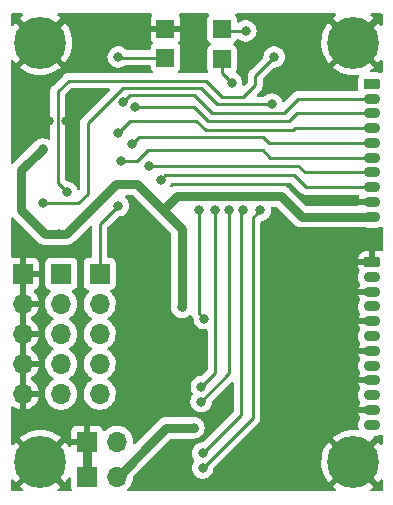
<source format=gbr>
%TF.GenerationSoftware,KiCad,Pcbnew,(6.0.0-0)*%
%TF.CreationDate,2022-04-13T11:49:57+02:00*%
%TF.ProjectId,Main,4d61696e-2e6b-4696-9361-645f70636258,rev?*%
%TF.SameCoordinates,Original*%
%TF.FileFunction,Copper,L2,Bot*%
%TF.FilePolarity,Positive*%
%FSLAX46Y46*%
G04 Gerber Fmt 4.6, Leading zero omitted, Abs format (unit mm)*
G04 Created by KiCad (PCBNEW (6.0.0-0)) date 2022-04-13 11:49:57*
%MOMM*%
%LPD*%
G01*
G04 APERTURE LIST*
G04 Aperture macros list*
%AMRoundRect*
0 Rectangle with rounded corners*
0 $1 Rounding radius*
0 $2 $3 $4 $5 $6 $7 $8 $9 X,Y pos of 4 corners*
0 Add a 4 corners polygon primitive as box body*
4,1,4,$2,$3,$4,$5,$6,$7,$8,$9,$2,$3,0*
0 Add four circle primitives for the rounded corners*
1,1,$1+$1,$2,$3*
1,1,$1+$1,$4,$5*
1,1,$1+$1,$6,$7*
1,1,$1+$1,$8,$9*
0 Add four rect primitives between the rounded corners*
20,1,$1+$1,$2,$3,$4,$5,0*
20,1,$1+$1,$4,$5,$6,$7,0*
20,1,$1+$1,$6,$7,$8,$9,0*
20,1,$1+$1,$8,$9,$2,$3,0*%
G04 Aperture macros list end*
%TA.AperFunction,ComponentPad*%
%ADD10R,1.700000X1.700000*%
%TD*%
%TA.AperFunction,ComponentPad*%
%ADD11O,1.700000X1.700000*%
%TD*%
%TA.AperFunction,ComponentPad*%
%ADD12C,4.400000*%
%TD*%
%TA.AperFunction,ComponentPad*%
%ADD13RoundRect,0.225000X-0.475000X0.225000X-0.475000X-0.225000X0.475000X-0.225000X0.475000X0.225000X0*%
%TD*%
%TA.AperFunction,ComponentPad*%
%ADD14O,1.400000X0.900000*%
%TD*%
%TA.AperFunction,SMDPad,CuDef*%
%ADD15R,1.500000X1.500000*%
%TD*%
%TA.AperFunction,ViaPad*%
%ADD16C,0.800000*%
%TD*%
%TA.AperFunction,Conductor*%
%ADD17C,0.250000*%
%TD*%
%TA.AperFunction,Conductor*%
%ADD18C,0.800000*%
%TD*%
G04 APERTURE END LIST*
D10*
%TO.P,J8,1,Pin_1*%
%TO.N,GND*%
X71950000Y-105725000D03*
D11*
%TO.P,J8,2,Pin_2*%
%TO.N,/ACT_POWER_AUX*%
X74490000Y-105725000D03*
%TD*%
D12*
%TO.P,H4,1,1*%
%TO.N,GND*%
X68000000Y-69000000D03*
%TD*%
D10*
%TO.P,J4,1,Pin_1*%
%TO.N,GND*%
X66525000Y-88550000D03*
D11*
%TO.P,J4,2,Pin_2*%
X66525000Y-91090000D03*
%TO.P,J4,3,Pin_3*%
X66525000Y-93630000D03*
%TO.P,J4,4,Pin_4*%
X66525000Y-96170000D03*
%TO.P,J4,5,Pin_5*%
X66525000Y-98710000D03*
%TD*%
D10*
%TO.P,J5,1,Pin_1*%
%TO.N,/ACT_POWER*%
X69775000Y-88550000D03*
D11*
%TO.P,J5,2,Pin_2*%
X69775000Y-91090000D03*
%TO.P,J5,3,Pin_3*%
X69775000Y-93630000D03*
%TO.P,J5,4,Pin_4*%
X69775000Y-96170000D03*
%TO.P,J5,5,Pin_5*%
X69775000Y-98710000D03*
%TD*%
D10*
%TO.P,J6,1,Pin_1*%
%TO.N,/S1*%
X73025000Y-88550000D03*
D11*
%TO.P,J6,2,Pin_2*%
%TO.N,/S2*%
X73025000Y-91090000D03*
%TO.P,J6,3,Pin_3*%
%TO.N,/S3*%
X73025000Y-93630000D03*
%TO.P,J6,4,Pin_4*%
%TO.N,/S4*%
X73025000Y-96170000D03*
%TO.P,J6,5,Pin_5*%
%TO.N,/S5*%
X73025000Y-98710000D03*
%TD*%
D13*
%TO.P,J7,1,Pin_1*%
%TO.N,GND*%
X96100000Y-87575000D03*
D14*
%TO.P,J7,2,Pin_2*%
%TO.N,/M6*%
X96100000Y-88825000D03*
%TO.P,J7,3,Pin_3*%
%TO.N,GND*%
X96100000Y-90075000D03*
%TO.P,J7,4,Pin_4*%
%TO.N,/M5*%
X96100000Y-91325000D03*
%TO.P,J7,5,Pin_5*%
%TO.N,GND*%
X96100000Y-92575000D03*
%TO.P,J7,6,Pin_6*%
%TO.N,/M4*%
X96100000Y-93825000D03*
%TO.P,J7,7,Pin_7*%
%TO.N,GND*%
X96100000Y-95075000D03*
%TO.P,J7,8,Pin_8*%
%TO.N,/M3*%
X96100000Y-96325000D03*
%TO.P,J7,9,Pin_9*%
%TO.N,GND*%
X96100000Y-97575000D03*
%TO.P,J7,10,Pin_10*%
%TO.N,/M2*%
X96100000Y-98825000D03*
%TO.P,J7,11,Pin_11*%
%TO.N,GND*%
X96100000Y-100075000D03*
%TO.P,J7,12,Pin_12*%
%TO.N,/M1*%
X96100000Y-101325000D03*
%TD*%
D12*
%TO.P,H2,1,1*%
%TO.N,GND*%
X94500000Y-69000000D03*
%TD*%
D10*
%TO.P,J3,1,Pin_1*%
%TO.N,GND*%
X71950000Y-102775000D03*
D11*
%TO.P,J3,2,Pin_2*%
%TO.N,/ACT_POWER*%
X74490000Y-102775000D03*
%TD*%
D12*
%TO.P,H1,1,1*%
%TO.N,GND*%
X68000000Y-104500000D03*
%TD*%
%TO.P,H3,1,1*%
%TO.N,GND*%
X94500000Y-104500000D03*
%TD*%
D13*
%TO.P,J1,1,Pin_1*%
%TO.N,/IO23*%
X96100000Y-72475000D03*
D14*
%TO.P,J1,2,Pin_2*%
%TO.N,/IO34*%
X96100000Y-73725000D03*
%TO.P,J1,3,Pin_3*%
%TO.N,/IO35*%
X96100000Y-74975000D03*
%TO.P,J1,4,Pin_4*%
%TO.N,/IO32*%
X96100000Y-76225000D03*
%TO.P,J1,5,Pin_5*%
%TO.N,/IO33*%
X96100000Y-77475000D03*
%TO.P,J1,6,Pin_6*%
%TO.N,/IO25*%
X96100000Y-78725000D03*
%TO.P,J1,7,Pin_7*%
%TO.N,/IO26*%
X96100000Y-79975000D03*
%TO.P,J1,8,Pin_8*%
%TO.N,/IO27*%
X96100000Y-81225000D03*
%TO.P,J1,9,Pin_9*%
%TO.N,GND*%
X96100000Y-82475000D03*
%TO.P,J1,10,Pin_10*%
%TO.N,+3V3*%
X96100000Y-83725000D03*
%TD*%
D15*
%TO.P,TP2,1,1*%
%TO.N,/RXD0*%
X83400000Y-70400000D03*
%TD*%
%TO.P,TP3,1,1*%
%TO.N,/TXD0*%
X83400000Y-67800000D03*
%TD*%
%TO.P,TP1,1,1*%
%TO.N,/EN*%
X78600000Y-70250000D03*
%TD*%
%TO.P,TP5,1,1*%
%TO.N,GND*%
X78600000Y-67800000D03*
%TD*%
D16*
%TO.N,GND*%
X68704500Y-75600000D03*
X87250000Y-87850000D03*
X66200000Y-73200000D03*
X75800000Y-83400000D03*
X70200000Y-75600000D03*
X81800000Y-95650000D03*
X74600000Y-67600000D03*
X78400000Y-92200000D03*
%TO.N,/EN*%
X74600000Y-70200000D03*
%TO.N,+3V3*%
X80000000Y-91400000D03*
X68200000Y-78000000D03*
X69600000Y-85200000D03*
%TO.N,/I2C_SDA*%
X68224500Y-82600000D03*
X87600000Y-74200000D03*
%TO.N,/I2C_SCL*%
X70250000Y-81650000D03*
X87800000Y-70200000D03*
%TO.N,/S1*%
X74600000Y-82800000D03*
%TO.N,/RXD0*%
X84200000Y-72400000D03*
%TO.N,/TXD0*%
X85400000Y-68000000D03*
%TO.N,/ACT_POWER_AUX*%
X81000000Y-101600000D03*
%TO.N,/S9*%
X81635000Y-98115000D03*
X82800000Y-83200000D03*
%TO.N,/S8*%
X84000000Y-83200000D03*
X81615000Y-99385000D03*
%TO.N,/S10*%
X81400000Y-83200000D03*
X81885000Y-92365000D03*
%TO.N,/S7*%
X85200000Y-83200000D03*
X81750000Y-103750000D03*
%TO.N,/S6*%
X81750000Y-105000000D03*
X86600000Y-83200000D03*
%TO.N,/IO25*%
X74800000Y-79000000D03*
%TO.N,/IO26*%
X77200000Y-79400000D03*
%TO.N,/IO27*%
X78200000Y-80600000D03*
%TO.N,/IO32*%
X74600000Y-76600000D03*
%TO.N,/IO33*%
X75800000Y-77600000D03*
%TO.N,/IO34*%
X75000000Y-74000000D03*
%TO.N,/IO35*%
X76000000Y-74400000D03*
%TD*%
D17*
%TO.N,GND*%
X74600000Y-67600000D02*
X74800000Y-67800000D01*
X74800000Y-67800000D02*
X78600000Y-67800000D01*
D18*
X71950000Y-102775000D02*
X71950000Y-105725000D01*
D17*
%TO.N,/EN*%
X74650000Y-70250000D02*
X78600000Y-70250000D01*
X74600000Y-70200000D02*
X74650000Y-70250000D01*
D18*
%TO.N,+3V3*%
X80000000Y-84800000D02*
X80000000Y-91400000D01*
X68400000Y-85200000D02*
X69600000Y-85200000D01*
X78400000Y-83200000D02*
X80000000Y-84800000D01*
X66400000Y-79800000D02*
X66400000Y-83200000D01*
X66400000Y-83200000D02*
X68400000Y-85200000D01*
X90125000Y-83725000D02*
X96100000Y-83725000D01*
D17*
X70000000Y-85200000D02*
X69600000Y-85200000D01*
D18*
X68200000Y-78000000D02*
X66400000Y-79800000D01*
X78400000Y-83200000D02*
X79600000Y-82000000D01*
X79600000Y-82000000D02*
X88400000Y-82000000D01*
X76200000Y-81000000D02*
X78400000Y-83200000D01*
X88400000Y-82000000D02*
X90125000Y-83725000D01*
X74400000Y-81000000D02*
X76200000Y-81000000D01*
X70200000Y-85200000D02*
X74400000Y-81000000D01*
X69600000Y-85200000D02*
X70200000Y-85200000D01*
D17*
%TO.N,/I2C_SDA*%
X81600000Y-72800000D02*
X83000000Y-74200000D01*
X75000000Y-72800000D02*
X81600000Y-72800000D01*
X68224500Y-82600000D02*
X71200000Y-82600000D01*
X72000000Y-81800000D02*
X72000000Y-75800000D01*
X83000000Y-74200000D02*
X87600000Y-74200000D01*
X71200000Y-82600000D02*
X72000000Y-81800000D01*
X72000000Y-75800000D02*
X75000000Y-72800000D01*
%TO.N,/I2C_SCL*%
X69475489Y-80875489D02*
X69475489Y-73124511D01*
X86200000Y-71800000D02*
X86200000Y-72600000D01*
X86200000Y-72600000D02*
X85200000Y-73600000D01*
X70250000Y-81650000D02*
X69475489Y-80875489D01*
X82000000Y-72200000D02*
X83400000Y-73600000D01*
X70400000Y-72200000D02*
X82000000Y-72200000D01*
X85200000Y-73600000D02*
X83400000Y-73600000D01*
X87800000Y-70200000D02*
X86200000Y-71800000D01*
X69475489Y-73124511D02*
X70400000Y-72200000D01*
%TO.N,/S1*%
X74600000Y-82800000D02*
X73025000Y-84375000D01*
X73025000Y-84375000D02*
X73025000Y-88550000D01*
%TO.N,/RXD0*%
X83400000Y-70400000D02*
X83400000Y-71600000D01*
X83400000Y-71600000D02*
X84200000Y-72400000D01*
%TO.N,/TXD0*%
X85400000Y-68000000D02*
X83600000Y-68000000D01*
X83600000Y-68000000D02*
X83400000Y-67800000D01*
D18*
%TO.N,/ACT_POWER_AUX*%
X78665000Y-101600000D02*
X78032500Y-102232500D01*
X81000000Y-101600000D02*
X78665000Y-101600000D01*
X74540000Y-105725000D02*
X78032500Y-102232500D01*
D17*
%TO.N,/S9*%
X82800000Y-83200000D02*
X82800000Y-96950000D01*
X82800000Y-96950000D02*
X81635000Y-98115000D01*
%TO.N,/S8*%
X84000000Y-97000000D02*
X81615000Y-99385000D01*
X84000000Y-83200000D02*
X84000000Y-97000000D01*
%TO.N,/S10*%
X81400000Y-83200000D02*
X81400000Y-91880000D01*
X81400000Y-91880000D02*
X81885000Y-92365000D01*
%TO.N,/S7*%
X81750000Y-103750000D02*
X85000000Y-100500000D01*
X85200000Y-83200000D02*
X85000000Y-83400000D01*
X85000000Y-100500000D02*
X85000000Y-83400000D01*
%TO.N,/S6*%
X81750000Y-105000000D02*
X86000000Y-100750000D01*
X86000000Y-100750000D02*
X86000000Y-83800000D01*
X86000000Y-83800000D02*
X86600000Y-83200000D01*
%TO.N,/IO25*%
X87475000Y-78725000D02*
X96100000Y-78725000D01*
X76200000Y-79000000D02*
X77100000Y-78100000D01*
X74800000Y-79000000D02*
X76200000Y-79000000D01*
X77100000Y-78100000D02*
X86850000Y-78100000D01*
X86850000Y-78100000D02*
X87475000Y-78725000D01*
%TO.N,/IO26*%
X89850000Y-79400000D02*
X85200000Y-79400000D01*
X90425000Y-79975000D02*
X89850000Y-79400000D01*
X77200000Y-79400000D02*
X85200000Y-79400000D01*
X96100000Y-79975000D02*
X90425000Y-79975000D01*
%TO.N,/IO27*%
X90475000Y-81225000D02*
X89450000Y-80200000D01*
X89450000Y-80200000D02*
X78600000Y-80200000D01*
X78600000Y-80200000D02*
X78200000Y-80600000D01*
X96100000Y-81225000D02*
X90475000Y-81225000D01*
%TO.N,/IO32*%
X75600000Y-75600000D02*
X81200000Y-75600000D01*
X82000000Y-76400000D02*
X86200000Y-76400000D01*
X89400000Y-76400000D02*
X86200000Y-76400000D01*
X89575000Y-76225000D02*
X89400000Y-76400000D01*
X96100000Y-76225000D02*
X89575000Y-76225000D01*
X81200000Y-75600000D02*
X82000000Y-76400000D01*
X74600000Y-76600000D02*
X75600000Y-75600000D01*
%TO.N,/IO33*%
X86850000Y-77000000D02*
X76400000Y-77000000D01*
X96100000Y-77475000D02*
X87325000Y-77475000D01*
X76400000Y-77000000D02*
X75800000Y-77600000D01*
X87325000Y-77475000D02*
X86850000Y-77000000D01*
%TO.N,/IO34*%
X88625489Y-74924511D02*
X82524511Y-74924511D01*
X89825000Y-73725000D02*
X88625489Y-74924511D01*
X96100000Y-73725000D02*
X89825000Y-73725000D01*
X81200000Y-73600000D02*
X81000000Y-73400000D01*
X76400000Y-73400000D02*
X75600000Y-73400000D01*
X75600000Y-73400000D02*
X75000000Y-74000000D01*
X82524511Y-74924511D02*
X81200000Y-73600000D01*
X81000000Y-73400000D02*
X76400000Y-73400000D01*
%TO.N,/IO35*%
X89100000Y-75600000D02*
X87000000Y-75600000D01*
X96100000Y-74975000D02*
X89725000Y-74975000D01*
X81000000Y-74400000D02*
X82200000Y-75600000D01*
X89725000Y-74975000D02*
X89100000Y-75600000D01*
X82200000Y-75600000D02*
X87000000Y-75600000D01*
X76000000Y-74400000D02*
X81000000Y-74400000D01*
X96000000Y-74625000D02*
X95700489Y-74924511D01*
%TD*%
%TA.AperFunction,Conductor*%
%TO.N,GND*%
G36*
X75839618Y-81928502D02*
G01*
X75860592Y-81945405D01*
X79054595Y-85139408D01*
X79088621Y-85201720D01*
X79091500Y-85228503D01*
X79091500Y-91345784D01*
X79090810Y-91358955D01*
X79086496Y-91400000D01*
X79087186Y-91406565D01*
X79104426Y-91570591D01*
X79106458Y-91589928D01*
X79165473Y-91771556D01*
X79260960Y-91936944D01*
X79265378Y-91941851D01*
X79265379Y-91941852D01*
X79371472Y-92059680D01*
X79388747Y-92078866D01*
X79473470Y-92140421D01*
X79530978Y-92182203D01*
X79543248Y-92191118D01*
X79549276Y-92193802D01*
X79549278Y-92193803D01*
X79708146Y-92264535D01*
X79717712Y-92268794D01*
X79797168Y-92285683D01*
X79898056Y-92307128D01*
X79898061Y-92307128D01*
X79904513Y-92308500D01*
X80095487Y-92308500D01*
X80101939Y-92307128D01*
X80101944Y-92307128D01*
X80202832Y-92285683D01*
X80282288Y-92268794D01*
X80291854Y-92264535D01*
X80450722Y-92193803D01*
X80450724Y-92193802D01*
X80456752Y-92191118D01*
X80469023Y-92182203D01*
X80602217Y-92085431D01*
X80611253Y-92078866D01*
X80612076Y-92077952D01*
X80674288Y-92048097D01*
X80744741Y-92056862D01*
X80799272Y-92102326D01*
X80810227Y-92122412D01*
X80811769Y-92125975D01*
X80813982Y-92133593D01*
X80818020Y-92140420D01*
X80818020Y-92140421D01*
X80824293Y-92151028D01*
X80832988Y-92168776D01*
X80840448Y-92187617D01*
X80845110Y-92194033D01*
X80845110Y-92194034D01*
X80866436Y-92223387D01*
X80872952Y-92233307D01*
X80888126Y-92258964D01*
X80895458Y-92271362D01*
X80909779Y-92285683D01*
X80922619Y-92300716D01*
X80934528Y-92317107D01*
X80940637Y-92322161D01*
X80941288Y-92322854D01*
X80973339Y-92386204D01*
X80974746Y-92395926D01*
X80991458Y-92554928D01*
X81050473Y-92736556D01*
X81145960Y-92901944D01*
X81150378Y-92906851D01*
X81150379Y-92906852D01*
X81269325Y-93038955D01*
X81273747Y-93043866D01*
X81428248Y-93156118D01*
X81434276Y-93158802D01*
X81434278Y-93158803D01*
X81517544Y-93195875D01*
X81602712Y-93233794D01*
X81696113Y-93253647D01*
X81783056Y-93272128D01*
X81783061Y-93272128D01*
X81789513Y-93273500D01*
X81980487Y-93273500D01*
X81986942Y-93272128D01*
X81986951Y-93272127D01*
X82014302Y-93266313D01*
X82085093Y-93271714D01*
X82141726Y-93314530D01*
X82166220Y-93381168D01*
X82166500Y-93389559D01*
X82166500Y-96635405D01*
X82146498Y-96703526D01*
X82129595Y-96724501D01*
X81684499Y-97169596D01*
X81622187Y-97203621D01*
X81595404Y-97206500D01*
X81539513Y-97206500D01*
X81533061Y-97207872D01*
X81533056Y-97207872D01*
X81446112Y-97226353D01*
X81352712Y-97246206D01*
X81346682Y-97248891D01*
X81346681Y-97248891D01*
X81184278Y-97321197D01*
X81184276Y-97321198D01*
X81178248Y-97323882D01*
X81172907Y-97327762D01*
X81172906Y-97327763D01*
X81170514Y-97329501D01*
X81023747Y-97436134D01*
X81019326Y-97441044D01*
X81019325Y-97441045D01*
X80945389Y-97523160D01*
X80895960Y-97578056D01*
X80855101Y-97648826D01*
X80815816Y-97716870D01*
X80800473Y-97743444D01*
X80741458Y-97925072D01*
X80740768Y-97931633D01*
X80740768Y-97931635D01*
X80734514Y-97991136D01*
X80721496Y-98115000D01*
X80722186Y-98121565D01*
X80737786Y-98269987D01*
X80741458Y-98304928D01*
X80800473Y-98486556D01*
X80895960Y-98651944D01*
X80900380Y-98656852D01*
X80904259Y-98662192D01*
X80902573Y-98663417D01*
X80929051Y-98718568D01*
X80920299Y-98789024D01*
X80898337Y-98823203D01*
X80875960Y-98848056D01*
X80872657Y-98853777D01*
X80786490Y-99003023D01*
X80780473Y-99013444D01*
X80721458Y-99195072D01*
X80720768Y-99201633D01*
X80720768Y-99201635D01*
X80707380Y-99329020D01*
X80701496Y-99385000D01*
X80702186Y-99391565D01*
X80715169Y-99515088D01*
X80721458Y-99574928D01*
X80780473Y-99756556D01*
X80783776Y-99762278D01*
X80783777Y-99762279D01*
X80795836Y-99783165D01*
X80875960Y-99921944D01*
X80880378Y-99926851D01*
X80880379Y-99926852D01*
X80985440Y-100043534D01*
X81003747Y-100063866D01*
X81158248Y-100176118D01*
X81164276Y-100178802D01*
X81164278Y-100178803D01*
X81326681Y-100251109D01*
X81332712Y-100253794D01*
X81414229Y-100271121D01*
X81513056Y-100292128D01*
X81513061Y-100292128D01*
X81519513Y-100293500D01*
X81710487Y-100293500D01*
X81716939Y-100292128D01*
X81716944Y-100292128D01*
X81815771Y-100271121D01*
X81897288Y-100253794D01*
X81903319Y-100251109D01*
X82065722Y-100178803D01*
X82065724Y-100178802D01*
X82071752Y-100176118D01*
X82226253Y-100063866D01*
X82244560Y-100043534D01*
X82349621Y-99926852D01*
X82349622Y-99926851D01*
X82354040Y-99921944D01*
X82434164Y-99783165D01*
X82446223Y-99762279D01*
X82446224Y-99762278D01*
X82449527Y-99756556D01*
X82508542Y-99574928D01*
X82525907Y-99409706D01*
X82552920Y-99344050D01*
X82562122Y-99333782D01*
X84151405Y-97744499D01*
X84213717Y-97710473D01*
X84284532Y-97715538D01*
X84341368Y-97758085D01*
X84366179Y-97824605D01*
X84366500Y-97833594D01*
X84366500Y-100185406D01*
X84346498Y-100253527D01*
X84329595Y-100274501D01*
X81799500Y-102804595D01*
X81737188Y-102838621D01*
X81710405Y-102841500D01*
X81654513Y-102841500D01*
X81648061Y-102842872D01*
X81648056Y-102842872D01*
X81561113Y-102861353D01*
X81467712Y-102881206D01*
X81461682Y-102883891D01*
X81461681Y-102883891D01*
X81299278Y-102956197D01*
X81299276Y-102956198D01*
X81293248Y-102958882D01*
X81287907Y-102962762D01*
X81287906Y-102962763D01*
X81270806Y-102975187D01*
X81138747Y-103071134D01*
X81134326Y-103076044D01*
X81134325Y-103076045D01*
X81025736Y-103196646D01*
X81010960Y-103213056D01*
X80915473Y-103378444D01*
X80856458Y-103560072D01*
X80836496Y-103750000D01*
X80837186Y-103756565D01*
X80851035Y-103888327D01*
X80856458Y-103939928D01*
X80915473Y-104121556D01*
X80918776Y-104127278D01*
X80918777Y-104127279D01*
X80930567Y-104147699D01*
X81010960Y-104286944D01*
X81015380Y-104291852D01*
X81019259Y-104297192D01*
X81017920Y-104298165D01*
X81045050Y-104354696D01*
X81036287Y-104425149D01*
X81018750Y-104452438D01*
X81019259Y-104452808D01*
X81015380Y-104458148D01*
X81010960Y-104463056D01*
X80915473Y-104628444D01*
X80856458Y-104810072D01*
X80855768Y-104816633D01*
X80855768Y-104816635D01*
X80849947Y-104872020D01*
X80836496Y-105000000D01*
X80837186Y-105006565D01*
X80848663Y-105115759D01*
X80856458Y-105189928D01*
X80915473Y-105371556D01*
X81010960Y-105536944D01*
X81138747Y-105678866D01*
X81293248Y-105791118D01*
X81299276Y-105793802D01*
X81299278Y-105793803D01*
X81392714Y-105835403D01*
X81467712Y-105868794D01*
X81561112Y-105888647D01*
X81648056Y-105907128D01*
X81648061Y-105907128D01*
X81654513Y-105908500D01*
X81845487Y-105908500D01*
X81851939Y-105907128D01*
X81851944Y-105907128D01*
X81938888Y-105888647D01*
X82032288Y-105868794D01*
X82107286Y-105835403D01*
X82200722Y-105793803D01*
X82200724Y-105793802D01*
X82206752Y-105791118D01*
X82361253Y-105678866D01*
X82489040Y-105536944D01*
X82584527Y-105371556D01*
X82643542Y-105189928D01*
X82660907Y-105024706D01*
X82687920Y-104959050D01*
X82697122Y-104948782D01*
X83170521Y-104475383D01*
X91787388Y-104475383D01*
X91803245Y-104793914D01*
X91804076Y-104801443D01*
X91858085Y-105115759D01*
X91859818Y-105123146D01*
X91951196Y-105428695D01*
X91953799Y-105435808D01*
X92081227Y-105728173D01*
X92084669Y-105734929D01*
X92246296Y-106009865D01*
X92250519Y-106016150D01*
X92401463Y-106213934D01*
X92412989Y-106222396D01*
X92425054Y-106215735D01*
X94127980Y-104512810D01*
X94135592Y-104498869D01*
X94135461Y-104497034D01*
X94131210Y-104490420D01*
X92426445Y-102785656D01*
X92413510Y-102778592D01*
X92402949Y-102786252D01*
X92282766Y-102937072D01*
X92278410Y-102943270D01*
X92111059Y-103214764D01*
X92107479Y-103221440D01*
X91973956Y-103511074D01*
X91971206Y-103518125D01*
X91873444Y-103821708D01*
X91871561Y-103829041D01*
X91810979Y-104142170D01*
X91809992Y-104149670D01*
X91787467Y-104467802D01*
X91787388Y-104475383D01*
X83170521Y-104475383D01*
X86392247Y-101253657D01*
X86400537Y-101246113D01*
X86407018Y-101242000D01*
X86453659Y-101192332D01*
X86456413Y-101189491D01*
X86476135Y-101169769D01*
X86478612Y-101166576D01*
X86486317Y-101157555D01*
X86511159Y-101131100D01*
X86516586Y-101125321D01*
X86520407Y-101118371D01*
X86526346Y-101107568D01*
X86537202Y-101091041D01*
X86544757Y-101081302D01*
X86544758Y-101081300D01*
X86549614Y-101075040D01*
X86567174Y-101034460D01*
X86572391Y-101023812D01*
X86589875Y-100992009D01*
X86589876Y-100992007D01*
X86593695Y-100985060D01*
X86598733Y-100965437D01*
X86605137Y-100946734D01*
X86610033Y-100935420D01*
X86610033Y-100935419D01*
X86613181Y-100928145D01*
X86614420Y-100920322D01*
X86614423Y-100920312D01*
X86620099Y-100884476D01*
X86622505Y-100872856D01*
X86631528Y-100837711D01*
X86631528Y-100837710D01*
X86633500Y-100830030D01*
X86633500Y-100809776D01*
X86635051Y-100790065D01*
X86636980Y-100777886D01*
X86638220Y-100770057D01*
X86634059Y-100726038D01*
X86633500Y-100714181D01*
X86633500Y-87303126D01*
X94892071Y-87303126D01*
X94896475Y-87318124D01*
X94897865Y-87319329D01*
X94905548Y-87321000D01*
X95827885Y-87321000D01*
X95843124Y-87316525D01*
X95844329Y-87315135D01*
X95846000Y-87307452D01*
X95846000Y-86635115D01*
X95841525Y-86619876D01*
X95840135Y-86618671D01*
X95832452Y-86617000D01*
X95579562Y-86617000D01*
X95573047Y-86617337D01*
X95480943Y-86626894D01*
X95467544Y-86629788D01*
X95318893Y-86679381D01*
X95305714Y-86685555D01*
X95172827Y-86767788D01*
X95161426Y-86776824D01*
X95051014Y-86887429D01*
X95042002Y-86898840D01*
X94959996Y-87031880D01*
X94953849Y-87045061D01*
X94904509Y-87193814D01*
X94901642Y-87207190D01*
X94892328Y-87298097D01*
X94892071Y-87303126D01*
X86633500Y-87303126D01*
X86633500Y-84223709D01*
X86653502Y-84155588D01*
X86707158Y-84109095D01*
X86733303Y-84100462D01*
X86754292Y-84096001D01*
X86882288Y-84068794D01*
X86888319Y-84066109D01*
X87050722Y-83993803D01*
X87050724Y-83993802D01*
X87056752Y-83991118D01*
X87211253Y-83878866D01*
X87259222Y-83825591D01*
X87334621Y-83741852D01*
X87334625Y-83741847D01*
X87339040Y-83736944D01*
X87434527Y-83571556D01*
X87493542Y-83389928D01*
X87494856Y-83377432D01*
X87512814Y-83206565D01*
X87513504Y-83200000D01*
X87511116Y-83177279D01*
X87497494Y-83047670D01*
X87510266Y-82977832D01*
X87558768Y-82925985D01*
X87622804Y-82908500D01*
X87971497Y-82908500D01*
X88039618Y-82928502D01*
X88060592Y-82945405D01*
X89425019Y-84309832D01*
X89437860Y-84324865D01*
X89446134Y-84336253D01*
X89451043Y-84340673D01*
X89496959Y-84382016D01*
X89501744Y-84386557D01*
X89516259Y-84401072D01*
X89532220Y-84413997D01*
X89537221Y-84418269D01*
X89583145Y-84459619D01*
X89583150Y-84459623D01*
X89588056Y-84464040D01*
X89600237Y-84471073D01*
X89616526Y-84482267D01*
X89627469Y-84491129D01*
X89633349Y-84494125D01*
X89633352Y-84494127D01*
X89688426Y-84522188D01*
X89694220Y-84525335D01*
X89753444Y-84559527D01*
X89759726Y-84561568D01*
X89759728Y-84561569D01*
X89766826Y-84563875D01*
X89785092Y-84571440D01*
X89797630Y-84577829D01*
X89804006Y-84579538D01*
X89804010Y-84579539D01*
X89863685Y-84595529D01*
X89870010Y-84597402D01*
X89935072Y-84618542D01*
X89941640Y-84619232D01*
X89941644Y-84619233D01*
X89949061Y-84620012D01*
X89968508Y-84623616D01*
X89982096Y-84627257D01*
X89988695Y-84627603D01*
X89988696Y-84627603D01*
X90050385Y-84630836D01*
X90056960Y-84631353D01*
X90071222Y-84632852D01*
X90077390Y-84633500D01*
X90097925Y-84633500D01*
X90104519Y-84633673D01*
X90166217Y-84636907D01*
X90166222Y-84636907D01*
X90172809Y-84637252D01*
X90186707Y-84635051D01*
X90206416Y-84633500D01*
X95510274Y-84633500D01*
X95548367Y-84639396D01*
X95552828Y-84640811D01*
X95558684Y-84643345D01*
X95564934Y-84644651D01*
X95564935Y-84644651D01*
X95744557Y-84682176D01*
X95744562Y-84682177D01*
X95749293Y-84683165D01*
X95755685Y-84683500D01*
X96398663Y-84683500D01*
X96467951Y-84676462D01*
X96537378Y-84669410D01*
X96537379Y-84669410D01*
X96543727Y-84668765D01*
X96637445Y-84639396D01*
X96723451Y-84612444D01*
X96723456Y-84612442D01*
X96729541Y-84610535D01*
X96804913Y-84568755D01*
X96874190Y-84553223D01*
X96940867Y-84577611D01*
X96983774Y-84634175D01*
X96992000Y-84678957D01*
X96992000Y-86541475D01*
X96971998Y-86609596D01*
X96918342Y-86656089D01*
X96848068Y-86666193D01*
X96826332Y-86661068D01*
X96731186Y-86629509D01*
X96717810Y-86626642D01*
X96626903Y-86617328D01*
X96620486Y-86617000D01*
X96372115Y-86617000D01*
X96356876Y-86621475D01*
X96355671Y-86622865D01*
X96354000Y-86630548D01*
X96354000Y-87703000D01*
X96333998Y-87771121D01*
X96280342Y-87817614D01*
X96228000Y-87829000D01*
X94910115Y-87829000D01*
X94894876Y-87833475D01*
X94893671Y-87834865D01*
X94892000Y-87842548D01*
X94892000Y-87845438D01*
X94892337Y-87851953D01*
X94901894Y-87944057D01*
X94904788Y-87957456D01*
X94954381Y-88106107D01*
X94960555Y-88119285D01*
X95017666Y-88211576D01*
X95036504Y-88280028D01*
X95023577Y-88333509D01*
X94946982Y-88489171D01*
X94897898Y-88677607D01*
X94897564Y-88683986D01*
X94890325Y-88822115D01*
X94887707Y-88872064D01*
X94916825Y-89064599D01*
X94919028Y-89070585D01*
X94919029Y-89070591D01*
X94981860Y-89241360D01*
X94981862Y-89241365D01*
X94984063Y-89247346D01*
X94987425Y-89252768D01*
X95069187Y-89384636D01*
X95088085Y-89453072D01*
X95066983Y-89520860D01*
X95061661Y-89528259D01*
X95037289Y-89559680D01*
X95030565Y-89570440D01*
X94950268Y-89733625D01*
X94945845Y-89745519D01*
X94930749Y-89803470D01*
X94931183Y-89817564D01*
X94939364Y-89821000D01*
X96228000Y-89821000D01*
X96296121Y-89841002D01*
X96342614Y-89894658D01*
X96354000Y-89947000D01*
X96354000Y-90203000D01*
X96333998Y-90271121D01*
X96280342Y-90317614D01*
X96228000Y-90329000D01*
X94940771Y-90329000D01*
X94927240Y-90332973D01*
X94926363Y-90339075D01*
X94982310Y-90491136D01*
X94987877Y-90502549D01*
X95069233Y-90633763D01*
X95088131Y-90702199D01*
X95067029Y-90769987D01*
X95061713Y-90777377D01*
X95032954Y-90814453D01*
X95030138Y-90820176D01*
X95030136Y-90820179D01*
X95006920Y-90867361D01*
X94946982Y-90989171D01*
X94945373Y-90995349D01*
X94945372Y-90995351D01*
X94903373Y-91156590D01*
X94897898Y-91177607D01*
X94897564Y-91183986D01*
X94888468Y-91357548D01*
X94887707Y-91372064D01*
X94916825Y-91564599D01*
X94919028Y-91570585D01*
X94919029Y-91570591D01*
X94981860Y-91741360D01*
X94981862Y-91741365D01*
X94984063Y-91747346D01*
X95011798Y-91792077D01*
X95069187Y-91884636D01*
X95088085Y-91953072D01*
X95066983Y-92020860D01*
X95061661Y-92028259D01*
X95037289Y-92059680D01*
X95030565Y-92070440D01*
X94950268Y-92233625D01*
X94945845Y-92245519D01*
X94930749Y-92303470D01*
X94931183Y-92317564D01*
X94939364Y-92321000D01*
X96228000Y-92321000D01*
X96296121Y-92341002D01*
X96342614Y-92394658D01*
X96354000Y-92447000D01*
X96354000Y-92703000D01*
X96333998Y-92771121D01*
X96280342Y-92817614D01*
X96228000Y-92829000D01*
X94940771Y-92829000D01*
X94927240Y-92832973D01*
X94926363Y-92839075D01*
X94982310Y-92991136D01*
X94987877Y-93002549D01*
X95069233Y-93133763D01*
X95088131Y-93202199D01*
X95067029Y-93269987D01*
X95061713Y-93277377D01*
X95032954Y-93314453D01*
X95030138Y-93320176D01*
X95030136Y-93320179D01*
X94984698Y-93412522D01*
X94946982Y-93489171D01*
X94945373Y-93495349D01*
X94945372Y-93495351D01*
X94910299Y-93630000D01*
X94897898Y-93677607D01*
X94893496Y-93761597D01*
X94890186Y-93824767D01*
X94887707Y-93872064D01*
X94893889Y-93912939D01*
X94913472Y-94042425D01*
X94916825Y-94064599D01*
X94919028Y-94070585D01*
X94919029Y-94070591D01*
X94981860Y-94241360D01*
X94981862Y-94241365D01*
X94984063Y-94247346D01*
X95039044Y-94336020D01*
X95069187Y-94384636D01*
X95088085Y-94453072D01*
X95066983Y-94520860D01*
X95061661Y-94528259D01*
X95037289Y-94559680D01*
X95030565Y-94570440D01*
X94950268Y-94733625D01*
X94945845Y-94745519D01*
X94930749Y-94803470D01*
X94931183Y-94817564D01*
X94939364Y-94821000D01*
X96228000Y-94821000D01*
X96296121Y-94841002D01*
X96342614Y-94894658D01*
X96354000Y-94947000D01*
X96354000Y-95203000D01*
X96333998Y-95271121D01*
X96280342Y-95317614D01*
X96228000Y-95329000D01*
X94940771Y-95329000D01*
X94927240Y-95332973D01*
X94926363Y-95339075D01*
X94982310Y-95491136D01*
X94987877Y-95502549D01*
X95069233Y-95633763D01*
X95088131Y-95702199D01*
X95067029Y-95769987D01*
X95061713Y-95777377D01*
X95032954Y-95814453D01*
X95030138Y-95820176D01*
X95030136Y-95820179D01*
X94949800Y-95983444D01*
X94946982Y-95989171D01*
X94945373Y-95995349D01*
X94945372Y-95995351D01*
X94907212Y-96141851D01*
X94897898Y-96177607D01*
X94887707Y-96372064D01*
X94916825Y-96564599D01*
X94919028Y-96570585D01*
X94919029Y-96570591D01*
X94981860Y-96741360D01*
X94981862Y-96741365D01*
X94984063Y-96747346D01*
X95058524Y-96867438D01*
X95069187Y-96884636D01*
X95088085Y-96953072D01*
X95066983Y-97020860D01*
X95061661Y-97028259D01*
X95037289Y-97059680D01*
X95030565Y-97070440D01*
X94950268Y-97233625D01*
X94945845Y-97245519D01*
X94930749Y-97303470D01*
X94931183Y-97317564D01*
X94939364Y-97321000D01*
X96228000Y-97321000D01*
X96296121Y-97341002D01*
X96342614Y-97394658D01*
X96354000Y-97447000D01*
X96354000Y-97703000D01*
X96333998Y-97771121D01*
X96280342Y-97817614D01*
X96228000Y-97829000D01*
X94940771Y-97829000D01*
X94927240Y-97832973D01*
X94926363Y-97839075D01*
X94982310Y-97991136D01*
X94987877Y-98002549D01*
X95069233Y-98133763D01*
X95088131Y-98202199D01*
X95067029Y-98269987D01*
X95061713Y-98277377D01*
X95032954Y-98314453D01*
X94946982Y-98489171D01*
X94945373Y-98495349D01*
X94945372Y-98495351D01*
X94904583Y-98651944D01*
X94897898Y-98677607D01*
X94894686Y-98738894D01*
X94890268Y-98823204D01*
X94887707Y-98872064D01*
X94916825Y-99064599D01*
X94919028Y-99070585D01*
X94919029Y-99070591D01*
X94981860Y-99241360D01*
X94981862Y-99241365D01*
X94984063Y-99247346D01*
X94987425Y-99252768D01*
X95069187Y-99384636D01*
X95088085Y-99453072D01*
X95066983Y-99520860D01*
X95061661Y-99528259D01*
X95037289Y-99559680D01*
X95030565Y-99570440D01*
X94950268Y-99733625D01*
X94945845Y-99745519D01*
X94930749Y-99803470D01*
X94931183Y-99817564D01*
X94939364Y-99821000D01*
X96228000Y-99821000D01*
X96296121Y-99841002D01*
X96342614Y-99894658D01*
X96354000Y-99947000D01*
X96354000Y-100203000D01*
X96333998Y-100271121D01*
X96280342Y-100317614D01*
X96228000Y-100329000D01*
X94940771Y-100329000D01*
X94927240Y-100332973D01*
X94926363Y-100339075D01*
X94982310Y-100491136D01*
X94987877Y-100502549D01*
X95069233Y-100633763D01*
X95088131Y-100702199D01*
X95067029Y-100769987D01*
X95061713Y-100777377D01*
X95032954Y-100814453D01*
X95030138Y-100820176D01*
X95030136Y-100820179D01*
X94965368Y-100951806D01*
X94946982Y-100989171D01*
X94945373Y-100995349D01*
X94945372Y-100995351D01*
X94899940Y-101169769D01*
X94897898Y-101177607D01*
X94894826Y-101236223D01*
X94888440Y-101358080D01*
X94887707Y-101372064D01*
X94900563Y-101457069D01*
X94914979Y-101552390D01*
X94916825Y-101564599D01*
X94919028Y-101570588D01*
X94919029Y-101570590D01*
X94943725Y-101637710D01*
X94948475Y-101708547D01*
X94914174Y-101770708D01*
X94851712Y-101804456D01*
X94817234Y-101806948D01*
X94517989Y-101787335D01*
X94510424Y-101787295D01*
X94191964Y-101804821D01*
X94184450Y-101805690D01*
X93870405Y-101861348D01*
X93863044Y-101863115D01*
X93557980Y-101956092D01*
X93550860Y-101958740D01*
X93259182Y-102087690D01*
X93252445Y-102091167D01*
X92978355Y-102254233D01*
X92972091Y-102258490D01*
X92786385Y-102401762D01*
X92777917Y-102413423D01*
X92784520Y-102425309D01*
X94487190Y-104127980D01*
X94501131Y-104135592D01*
X94502966Y-104135461D01*
X94509580Y-104131210D01*
X96214559Y-102426230D01*
X96225154Y-102406828D01*
X96237708Y-102349115D01*
X96287910Y-102298913D01*
X96348296Y-102283500D01*
X96398663Y-102283500D01*
X96467951Y-102276462D01*
X96537378Y-102269410D01*
X96537379Y-102269410D01*
X96543727Y-102268765D01*
X96639120Y-102238871D01*
X96723451Y-102212444D01*
X96723456Y-102212442D01*
X96729541Y-102210535D01*
X96804913Y-102168755D01*
X96874190Y-102153223D01*
X96940867Y-102177611D01*
X96983774Y-102234175D01*
X96992000Y-102278957D01*
X96992000Y-102935321D01*
X96971998Y-103003442D01*
X96918342Y-103049935D01*
X96848068Y-103060039D01*
X96783488Y-103030545D01*
X96758054Y-103000310D01*
X96737772Y-102966621D01*
X96733481Y-102960377D01*
X96597991Y-102786647D01*
X96586199Y-102778178D01*
X96574486Y-102784725D01*
X94872020Y-104487190D01*
X94864408Y-104501131D01*
X94864539Y-104502966D01*
X94868790Y-104509580D01*
X96573285Y-106214074D01*
X96586408Y-106221240D01*
X96596709Y-106213851D01*
X96700751Y-106086055D01*
X96705164Y-106079914D01*
X96759438Y-105993894D01*
X96812705Y-105946955D01*
X96882892Y-105936266D01*
X96947716Y-105965220D01*
X96986596Y-106024625D01*
X96992000Y-106061129D01*
X96992000Y-106866000D01*
X96971998Y-106934121D01*
X96918342Y-106980614D01*
X96866000Y-106992000D01*
X96068565Y-106992000D01*
X96000444Y-106971998D01*
X95953951Y-106918342D01*
X95943847Y-106848068D01*
X95973341Y-106783488D01*
X95998840Y-106761050D01*
X96004352Y-106757388D01*
X96214305Y-106598889D01*
X96222761Y-106587496D01*
X96216045Y-106575256D01*
X94512810Y-104872020D01*
X94498869Y-104864408D01*
X94497034Y-104864539D01*
X94490420Y-104868790D01*
X92785818Y-106573393D01*
X92778703Y-106586423D01*
X92786227Y-106596854D01*
X92925483Y-106709020D01*
X92931664Y-106713413D01*
X93004902Y-106759088D01*
X93052119Y-106812107D01*
X93063175Y-106882238D01*
X93034561Y-106947213D01*
X92975361Y-106986403D01*
X92938226Y-106992000D01*
X75446285Y-106992000D01*
X75378164Y-106971998D01*
X75331671Y-106918342D01*
X75321567Y-106848068D01*
X75351061Y-106783488D01*
X75364957Y-106769762D01*
X75365653Y-106769174D01*
X75369860Y-106766173D01*
X75528096Y-106608489D01*
X75658453Y-106427077D01*
X75757430Y-106226811D01*
X75822370Y-106013069D01*
X75851529Y-105791590D01*
X75851636Y-105787237D01*
X75852635Y-105746328D01*
X75874295Y-105678716D01*
X75889502Y-105660311D01*
X79004408Y-102545405D01*
X79066720Y-102511379D01*
X79093503Y-102508500D01*
X81095487Y-102508500D01*
X81135864Y-102499918D01*
X81148872Y-102497857D01*
X81169310Y-102495709D01*
X81183365Y-102494232D01*
X81183367Y-102494232D01*
X81189928Y-102493542D01*
X81196202Y-102491503D01*
X81196209Y-102491502D01*
X81229183Y-102480788D01*
X81241920Y-102477375D01*
X81275831Y-102470167D01*
X81275835Y-102470166D01*
X81282288Y-102468794D01*
X81320006Y-102452001D01*
X81332304Y-102447281D01*
X81365272Y-102436569D01*
X81365273Y-102436568D01*
X81371556Y-102434527D01*
X81407292Y-102413895D01*
X81419041Y-102407908D01*
X81450724Y-102393802D01*
X81450725Y-102393801D01*
X81456752Y-102391118D01*
X81462091Y-102387239D01*
X81462096Y-102387236D01*
X81490149Y-102366854D01*
X81501202Y-102359675D01*
X81536944Y-102339040D01*
X81541853Y-102334620D01*
X81541857Y-102334617D01*
X81567614Y-102311425D01*
X81577857Y-102303129D01*
X81611253Y-102278866D01*
X81618977Y-102270288D01*
X81638871Y-102248194D01*
X81648194Y-102238871D01*
X81673962Y-102215669D01*
X81673964Y-102215667D01*
X81678866Y-102211253D01*
X81703129Y-102177857D01*
X81711425Y-102167614D01*
X81734617Y-102141857D01*
X81734620Y-102141853D01*
X81739040Y-102136944D01*
X81759675Y-102101202D01*
X81766854Y-102090149D01*
X81787236Y-102062096D01*
X81787239Y-102062091D01*
X81791118Y-102056752D01*
X81807909Y-102019039D01*
X81813896Y-102007290D01*
X81831224Y-101977277D01*
X81834527Y-101971556D01*
X81847282Y-101932302D01*
X81852001Y-101920006D01*
X81868794Y-101882288D01*
X81871421Y-101869932D01*
X81877375Y-101841920D01*
X81880788Y-101829183D01*
X81891502Y-101796209D01*
X81891503Y-101796202D01*
X81893542Y-101789928D01*
X81897857Y-101748872D01*
X81899918Y-101735864D01*
X81908500Y-101695487D01*
X81908500Y-101654216D01*
X81909190Y-101641045D01*
X81912814Y-101606565D01*
X81913504Y-101600000D01*
X81909190Y-101558955D01*
X81908500Y-101545784D01*
X81908500Y-101504513D01*
X81899918Y-101464136D01*
X81897856Y-101451122D01*
X81897629Y-101448955D01*
X81894887Y-101422865D01*
X81894232Y-101416635D01*
X81894232Y-101416633D01*
X81893542Y-101410072D01*
X81891503Y-101403798D01*
X81891502Y-101403791D01*
X81880788Y-101370817D01*
X81877375Y-101358080D01*
X81870167Y-101324169D01*
X81870166Y-101324165D01*
X81868794Y-101317712D01*
X81852001Y-101279994D01*
X81847281Y-101267696D01*
X81836569Y-101234728D01*
X81836568Y-101234727D01*
X81834527Y-101228444D01*
X81813895Y-101192708D01*
X81807908Y-101180959D01*
X81793802Y-101149276D01*
X81793801Y-101149275D01*
X81791118Y-101143248D01*
X81787239Y-101137909D01*
X81787236Y-101137904D01*
X81766854Y-101109851D01*
X81759675Y-101098798D01*
X81739040Y-101063056D01*
X81734620Y-101058147D01*
X81734617Y-101058143D01*
X81711425Y-101032386D01*
X81703129Y-101022143D01*
X81678866Y-100988747D01*
X81673962Y-100984331D01*
X81648194Y-100961129D01*
X81638871Y-100951806D01*
X81615669Y-100926038D01*
X81615667Y-100926036D01*
X81611253Y-100921134D01*
X81577857Y-100896871D01*
X81567614Y-100888575D01*
X81541857Y-100865383D01*
X81541853Y-100865380D01*
X81536944Y-100860960D01*
X81501202Y-100840325D01*
X81490149Y-100833146D01*
X81462096Y-100812764D01*
X81462091Y-100812761D01*
X81456752Y-100808882D01*
X81443126Y-100802815D01*
X81419041Y-100792092D01*
X81407290Y-100786104D01*
X81377277Y-100768776D01*
X81371556Y-100765473D01*
X81361376Y-100762165D01*
X81332304Y-100752719D01*
X81320006Y-100747999D01*
X81282288Y-100731206D01*
X81275835Y-100729834D01*
X81275831Y-100729833D01*
X81241920Y-100722625D01*
X81229183Y-100719212D01*
X81196209Y-100708498D01*
X81196202Y-100708497D01*
X81189928Y-100706458D01*
X81183367Y-100705768D01*
X81183365Y-100705768D01*
X81166074Y-100703951D01*
X81148872Y-100702143D01*
X81135864Y-100700082D01*
X81095487Y-100691500D01*
X78746417Y-100691500D01*
X78726708Y-100689949D01*
X78712810Y-100687748D01*
X78706223Y-100688093D01*
X78706218Y-100688093D01*
X78644519Y-100691327D01*
X78637925Y-100691500D01*
X78617390Y-100691500D01*
X78611222Y-100692148D01*
X78596960Y-100693647D01*
X78590385Y-100694164D01*
X78528696Y-100697397D01*
X78528695Y-100697397D01*
X78522096Y-100697743D01*
X78508508Y-100701384D01*
X78489061Y-100704988D01*
X78481644Y-100705767D01*
X78481640Y-100705768D01*
X78475072Y-100706458D01*
X78451303Y-100714181D01*
X78410009Y-100727598D01*
X78403685Y-100729471D01*
X78344010Y-100745461D01*
X78344006Y-100745462D01*
X78337630Y-100747171D01*
X78326742Y-100752719D01*
X78325093Y-100753559D01*
X78306826Y-100761125D01*
X78299728Y-100763431D01*
X78299726Y-100763432D01*
X78293444Y-100765473D01*
X78287722Y-100768776D01*
X78287721Y-100768777D01*
X78234218Y-100799667D01*
X78228423Y-100802814D01*
X78167470Y-100833871D01*
X78162342Y-100838024D01*
X78162340Y-100838025D01*
X78156534Y-100842727D01*
X78140237Y-100853927D01*
X78133776Y-100857657D01*
X78133772Y-100857660D01*
X78128056Y-100860960D01*
X78123150Y-100865377D01*
X78123145Y-100865381D01*
X78077231Y-100906722D01*
X78072216Y-100911006D01*
X78064497Y-100917257D01*
X78056259Y-100923928D01*
X78041744Y-100938443D01*
X78036959Y-100942984D01*
X77986134Y-100988747D01*
X77982255Y-100994086D01*
X77982254Y-100994087D01*
X77977860Y-101000135D01*
X77965019Y-101015168D01*
X76067091Y-102913096D01*
X76004779Y-102947122D01*
X75933964Y-102942057D01*
X75877128Y-102899510D01*
X75852317Y-102832990D01*
X75852034Y-102820923D01*
X75853074Y-102778365D01*
X75853074Y-102778361D01*
X75853156Y-102775000D01*
X75834852Y-102552361D01*
X75780431Y-102335702D01*
X75691354Y-102130840D01*
X75651906Y-102069862D01*
X75572822Y-101947617D01*
X75572820Y-101947614D01*
X75570014Y-101943277D01*
X75419670Y-101778051D01*
X75415619Y-101774852D01*
X75415615Y-101774848D01*
X75248414Y-101642800D01*
X75248410Y-101642798D01*
X75244359Y-101639598D01*
X75048789Y-101531638D01*
X75043920Y-101529914D01*
X75043916Y-101529912D01*
X74843087Y-101458795D01*
X74843083Y-101458794D01*
X74838212Y-101457069D01*
X74833119Y-101456162D01*
X74833116Y-101456161D01*
X74623373Y-101418800D01*
X74623367Y-101418799D01*
X74618284Y-101417894D01*
X74544452Y-101416992D01*
X74400081Y-101415228D01*
X74400079Y-101415228D01*
X74394911Y-101415165D01*
X74174091Y-101448955D01*
X73961756Y-101518357D01*
X73763607Y-101621507D01*
X73759474Y-101624610D01*
X73759471Y-101624612D01*
X73593964Y-101748878D01*
X73584965Y-101755635D01*
X73581393Y-101759373D01*
X73503898Y-101840466D01*
X73442374Y-101875895D01*
X73371462Y-101872438D01*
X73313676Y-101831192D01*
X73294823Y-101797644D01*
X73253324Y-101686946D01*
X73244786Y-101671351D01*
X73168285Y-101569276D01*
X73155724Y-101556715D01*
X73053649Y-101480214D01*
X73038054Y-101471676D01*
X72917606Y-101426522D01*
X72902351Y-101422895D01*
X72851486Y-101417369D01*
X72844672Y-101417000D01*
X72222115Y-101417000D01*
X72206876Y-101421475D01*
X72205671Y-101422865D01*
X72204000Y-101430548D01*
X72204000Y-102903000D01*
X72183998Y-102971121D01*
X72130342Y-103017614D01*
X72078000Y-103029000D01*
X70610116Y-103029000D01*
X70594877Y-103033475D01*
X70593672Y-103034865D01*
X70592001Y-103042548D01*
X70592001Y-103101422D01*
X70571999Y-103169543D01*
X70518343Y-103216036D01*
X70448069Y-103226140D01*
X70383489Y-103196646D01*
X70358055Y-103166411D01*
X70237771Y-102966621D01*
X70233481Y-102960377D01*
X70097991Y-102786647D01*
X70086199Y-102778178D01*
X70074486Y-102784725D01*
X68372020Y-104487190D01*
X68364408Y-104501131D01*
X68364539Y-104502966D01*
X68368790Y-104509580D01*
X70073285Y-106214074D01*
X70086408Y-106221240D01*
X70096709Y-106213851D01*
X70200751Y-106086055D01*
X70205164Y-106079914D01*
X70359438Y-105835403D01*
X70412705Y-105788464D01*
X70482892Y-105777775D01*
X70547716Y-105806729D01*
X70586596Y-105866134D01*
X70592000Y-105902638D01*
X70592001Y-106619669D01*
X70592371Y-106626490D01*
X70597895Y-106677352D01*
X70601521Y-106692604D01*
X70649828Y-106821462D01*
X70646301Y-106822784D01*
X70657712Y-106874731D01*
X70633038Y-106941302D01*
X70576289Y-106983965D01*
X70532015Y-106992000D01*
X69568565Y-106992000D01*
X69500444Y-106971998D01*
X69453951Y-106918342D01*
X69443847Y-106848068D01*
X69473341Y-106783488D01*
X69498840Y-106761050D01*
X69504352Y-106757388D01*
X69714305Y-106598889D01*
X69722761Y-106587496D01*
X69716045Y-106575256D01*
X68012810Y-104872020D01*
X67998869Y-104864408D01*
X67997034Y-104864539D01*
X67990420Y-104868790D01*
X66285818Y-106573393D01*
X66278703Y-106586423D01*
X66286227Y-106596854D01*
X66425483Y-106709020D01*
X66431664Y-106713413D01*
X66504902Y-106759088D01*
X66552119Y-106812107D01*
X66563175Y-106882238D01*
X66534561Y-106947213D01*
X66475361Y-106986403D01*
X66438226Y-106992000D01*
X65634000Y-106992000D01*
X65565879Y-106971998D01*
X65519386Y-106918342D01*
X65508000Y-106866000D01*
X65508000Y-106067469D01*
X65528002Y-105999348D01*
X65581658Y-105952855D01*
X65651932Y-105942751D01*
X65716512Y-105972245D01*
X65742622Y-106003615D01*
X65746299Y-106009870D01*
X65750519Y-106016150D01*
X65901463Y-106213934D01*
X65912989Y-106222396D01*
X65925054Y-106215735D01*
X67627980Y-104512810D01*
X67635592Y-104498869D01*
X67635461Y-104497034D01*
X67631210Y-104490420D01*
X65926445Y-102785656D01*
X65913510Y-102778592D01*
X65902949Y-102786252D01*
X65782766Y-102937072D01*
X65778410Y-102943270D01*
X65741260Y-103003538D01*
X65688487Y-103051032D01*
X65618416Y-103062455D01*
X65553292Y-103034181D01*
X65513793Y-102975187D01*
X65508000Y-102937422D01*
X65508000Y-102413423D01*
X66277917Y-102413423D01*
X66284520Y-102425309D01*
X67987190Y-104127980D01*
X68001131Y-104135592D01*
X68002966Y-104135461D01*
X68009580Y-104131210D01*
X69637904Y-102502885D01*
X70592000Y-102502885D01*
X70596475Y-102518124D01*
X70597865Y-102519329D01*
X70605548Y-102521000D01*
X71677885Y-102521000D01*
X71693124Y-102516525D01*
X71694329Y-102515135D01*
X71696000Y-102507452D01*
X71696000Y-101435116D01*
X71691525Y-101419877D01*
X71690135Y-101418672D01*
X71682452Y-101417001D01*
X71055331Y-101417001D01*
X71048510Y-101417371D01*
X70997648Y-101422895D01*
X70982396Y-101426521D01*
X70861946Y-101471676D01*
X70846351Y-101480214D01*
X70744276Y-101556715D01*
X70731715Y-101569276D01*
X70655214Y-101671351D01*
X70646676Y-101686946D01*
X70601522Y-101807394D01*
X70597895Y-101822649D01*
X70592369Y-101873514D01*
X70592000Y-101880328D01*
X70592000Y-102502885D01*
X69637904Y-102502885D01*
X69714559Y-102426230D01*
X69721571Y-102413389D01*
X69713777Y-102402701D01*
X69551298Y-102274613D01*
X69545075Y-102270288D01*
X69272702Y-102104357D01*
X69266025Y-102100822D01*
X68975686Y-101968813D01*
X68968616Y-101966099D01*
X68664537Y-101869932D01*
X68657186Y-101868085D01*
X68343746Y-101809142D01*
X68336237Y-101808194D01*
X68017989Y-101787335D01*
X68010424Y-101787295D01*
X67691964Y-101804821D01*
X67684450Y-101805690D01*
X67370405Y-101861348D01*
X67363044Y-101863115D01*
X67057980Y-101956092D01*
X67050860Y-101958740D01*
X66759182Y-102087690D01*
X66752445Y-102091167D01*
X66478355Y-102254233D01*
X66472091Y-102258490D01*
X66286385Y-102401762D01*
X66277917Y-102413423D01*
X65508000Y-102413423D01*
X65508000Y-99899148D01*
X65528002Y-99831027D01*
X65581658Y-99784534D01*
X65651932Y-99774430D01*
X65714484Y-99802203D01*
X65739434Y-99822917D01*
X65747881Y-99828831D01*
X65931756Y-99936279D01*
X65941042Y-99940729D01*
X66140001Y-100016703D01*
X66149899Y-100019579D01*
X66253250Y-100040606D01*
X66267299Y-100039410D01*
X66271000Y-100029065D01*
X66271000Y-100028517D01*
X66779000Y-100028517D01*
X66783064Y-100042359D01*
X66796478Y-100044393D01*
X66803184Y-100043534D01*
X66813262Y-100041392D01*
X67017255Y-99980191D01*
X67026842Y-99976433D01*
X67218095Y-99882739D01*
X67226945Y-99877464D01*
X67400328Y-99753792D01*
X67408200Y-99747139D01*
X67559052Y-99596812D01*
X67565730Y-99588965D01*
X67690003Y-99416020D01*
X67695313Y-99407183D01*
X67789670Y-99216267D01*
X67793469Y-99206672D01*
X67855377Y-99002910D01*
X67857555Y-98992837D01*
X67858986Y-98981962D01*
X67856775Y-98967778D01*
X67843617Y-98964000D01*
X66797115Y-98964000D01*
X66781876Y-98968475D01*
X66780671Y-98969865D01*
X66779000Y-98977548D01*
X66779000Y-100028517D01*
X66271000Y-100028517D01*
X66271000Y-98676695D01*
X68412251Y-98676695D01*
X68412548Y-98681848D01*
X68412548Y-98681851D01*
X68418011Y-98776590D01*
X68425110Y-98899715D01*
X68426247Y-98904761D01*
X68426248Y-98904767D01*
X68439597Y-98964000D01*
X68474222Y-99117639D01*
X68558266Y-99324616D01*
X68674987Y-99515088D01*
X68821250Y-99683938D01*
X68923425Y-99768765D01*
X68982204Y-99817564D01*
X68993126Y-99826632D01*
X69186000Y-99939338D01*
X69190825Y-99941180D01*
X69190826Y-99941181D01*
X69263612Y-99968975D01*
X69394692Y-100019030D01*
X69399760Y-100020061D01*
X69399763Y-100020062D01*
X69494862Y-100039410D01*
X69613597Y-100063567D01*
X69618772Y-100063757D01*
X69618774Y-100063757D01*
X69831673Y-100071564D01*
X69831677Y-100071564D01*
X69836837Y-100071753D01*
X69841957Y-100071097D01*
X69841959Y-100071097D01*
X70053288Y-100044025D01*
X70053289Y-100044025D01*
X70058416Y-100043368D01*
X70063366Y-100041883D01*
X70267429Y-99980661D01*
X70267434Y-99980659D01*
X70272384Y-99979174D01*
X70472994Y-99880896D01*
X70654860Y-99751173D01*
X70662716Y-99743345D01*
X70809435Y-99597137D01*
X70813096Y-99593489D01*
X70826434Y-99574928D01*
X70940435Y-99416277D01*
X70943453Y-99412077D01*
X70964707Y-99369074D01*
X71040136Y-99216453D01*
X71040137Y-99216451D01*
X71042430Y-99211811D01*
X71102699Y-99013444D01*
X71105865Y-99003023D01*
X71105865Y-99003021D01*
X71107370Y-98998069D01*
X71136529Y-98776590D01*
X71138156Y-98710000D01*
X71119852Y-98487361D01*
X71065431Y-98270702D01*
X70976354Y-98065840D01*
X70855014Y-97878277D01*
X70704670Y-97713051D01*
X70700619Y-97709852D01*
X70700615Y-97709848D01*
X70533414Y-97577800D01*
X70533410Y-97577798D01*
X70529359Y-97574598D01*
X70488053Y-97551796D01*
X70438084Y-97501364D01*
X70423312Y-97431921D01*
X70448428Y-97365516D01*
X70475780Y-97338909D01*
X70542908Y-97291027D01*
X70654860Y-97211173D01*
X70659550Y-97206500D01*
X70750236Y-97116130D01*
X70813096Y-97053489D01*
X70831226Y-97028259D01*
X70940435Y-96876277D01*
X70943453Y-96872077D01*
X71042430Y-96671811D01*
X71107370Y-96458069D01*
X71136529Y-96236590D01*
X71138156Y-96170000D01*
X71119852Y-95947361D01*
X71065431Y-95730702D01*
X70976354Y-95525840D01*
X70936906Y-95464862D01*
X70857822Y-95342617D01*
X70857820Y-95342614D01*
X70855014Y-95338277D01*
X70704670Y-95173051D01*
X70700619Y-95169852D01*
X70700615Y-95169848D01*
X70533414Y-95037800D01*
X70533410Y-95037798D01*
X70529359Y-95034598D01*
X70488053Y-95011796D01*
X70438084Y-94961364D01*
X70423312Y-94891921D01*
X70448428Y-94825516D01*
X70475780Y-94798909D01*
X70542908Y-94751027D01*
X70654860Y-94671173D01*
X70813096Y-94513489D01*
X70872594Y-94430689D01*
X70940435Y-94336277D01*
X70943453Y-94332077D01*
X70985330Y-94247346D01*
X71040136Y-94136453D01*
X71040137Y-94136451D01*
X71042430Y-94131811D01*
X71107370Y-93918069D01*
X71136529Y-93696590D01*
X71138156Y-93630000D01*
X71119852Y-93407361D01*
X71065431Y-93190702D01*
X70976354Y-92985840D01*
X70899366Y-92866835D01*
X70857822Y-92802617D01*
X70857820Y-92802614D01*
X70855014Y-92798277D01*
X70704670Y-92633051D01*
X70700619Y-92629852D01*
X70700615Y-92629848D01*
X70533414Y-92497800D01*
X70533410Y-92497798D01*
X70529359Y-92494598D01*
X70488053Y-92471796D01*
X70438084Y-92421364D01*
X70423312Y-92351921D01*
X70448428Y-92285516D01*
X70475780Y-92258909D01*
X70543598Y-92210535D01*
X70654860Y-92131173D01*
X70813096Y-91973489D01*
X70856677Y-91912840D01*
X70940435Y-91796277D01*
X70943453Y-91792077D01*
X70956702Y-91765271D01*
X71040136Y-91596453D01*
X71040137Y-91596451D01*
X71042430Y-91591811D01*
X71100707Y-91400000D01*
X71105865Y-91383023D01*
X71105865Y-91383021D01*
X71107370Y-91378069D01*
X71136529Y-91156590D01*
X71138156Y-91090000D01*
X71119852Y-90867361D01*
X71065431Y-90650702D01*
X70976354Y-90445840D01*
X70855014Y-90258277D01*
X70851532Y-90254450D01*
X70707798Y-90096488D01*
X70676746Y-90032642D01*
X70685141Y-89962143D01*
X70730317Y-89907375D01*
X70756761Y-89893706D01*
X70863297Y-89853767D01*
X70871705Y-89850615D01*
X70988261Y-89763261D01*
X71075615Y-89646705D01*
X71126745Y-89510316D01*
X71133500Y-89448134D01*
X71133500Y-87651866D01*
X71126745Y-87589684D01*
X71075615Y-87453295D01*
X70988261Y-87336739D01*
X70871705Y-87249385D01*
X70735316Y-87198255D01*
X70673134Y-87191500D01*
X68876866Y-87191500D01*
X68814684Y-87198255D01*
X68678295Y-87249385D01*
X68561739Y-87336739D01*
X68474385Y-87453295D01*
X68423255Y-87589684D01*
X68416500Y-87651866D01*
X68416500Y-89448134D01*
X68423255Y-89510316D01*
X68474385Y-89646705D01*
X68561739Y-89763261D01*
X68678295Y-89850615D01*
X68686704Y-89853767D01*
X68686705Y-89853768D01*
X68795451Y-89894535D01*
X68852216Y-89937176D01*
X68876916Y-90003738D01*
X68861709Y-90073087D01*
X68842316Y-90099568D01*
X68715629Y-90232138D01*
X68712715Y-90236410D01*
X68712714Y-90236411D01*
X68657321Y-90317614D01*
X68589743Y-90416680D01*
X68495688Y-90619305D01*
X68435989Y-90834570D01*
X68412251Y-91056695D01*
X68412548Y-91061848D01*
X68412548Y-91061851D01*
X68419590Y-91183986D01*
X68425110Y-91279715D01*
X68426247Y-91284761D01*
X68426248Y-91284767D01*
X68440449Y-91347778D01*
X68474222Y-91497639D01*
X68558266Y-91704616D01*
X68595435Y-91765271D01*
X68671509Y-91889412D01*
X68674987Y-91895088D01*
X68821250Y-92063938D01*
X68993126Y-92206632D01*
X69021799Y-92223387D01*
X69066445Y-92249476D01*
X69115169Y-92301114D01*
X69128240Y-92370897D01*
X69101509Y-92436669D01*
X69061055Y-92470027D01*
X69048607Y-92476507D01*
X69044474Y-92479610D01*
X69044471Y-92479612D01*
X68935798Y-92561206D01*
X68869965Y-92610635D01*
X68715629Y-92772138D01*
X68589743Y-92956680D01*
X68553913Y-93033870D01*
X68525223Y-93095678D01*
X68495688Y-93159305D01*
X68435989Y-93374570D01*
X68412251Y-93596695D01*
X68412548Y-93601848D01*
X68412548Y-93601851D01*
X68418011Y-93696590D01*
X68425110Y-93819715D01*
X68426247Y-93824761D01*
X68426248Y-93824767D01*
X68438331Y-93878382D01*
X68474222Y-94037639D01*
X68558266Y-94244616D01*
X68674987Y-94435088D01*
X68821250Y-94603938D01*
X68993126Y-94746632D01*
X69031002Y-94768765D01*
X69066445Y-94789476D01*
X69115169Y-94841114D01*
X69128240Y-94910897D01*
X69101509Y-94976669D01*
X69061055Y-95010027D01*
X69048607Y-95016507D01*
X69044474Y-95019610D01*
X69044471Y-95019612D01*
X68925649Y-95108826D01*
X68869965Y-95150635D01*
X68715629Y-95312138D01*
X68712715Y-95316410D01*
X68712714Y-95316411D01*
X68701416Y-95332973D01*
X68589743Y-95496680D01*
X68574003Y-95530590D01*
X68537671Y-95608861D01*
X68495688Y-95699305D01*
X68435989Y-95914570D01*
X68412251Y-96136695D01*
X68412548Y-96141848D01*
X68412548Y-96141851D01*
X68418011Y-96236590D01*
X68425110Y-96359715D01*
X68426247Y-96364761D01*
X68426248Y-96364767D01*
X68439597Y-96424000D01*
X68474222Y-96577639D01*
X68558266Y-96784616D01*
X68560965Y-96789020D01*
X68661496Y-96953072D01*
X68674987Y-96975088D01*
X68821250Y-97143938D01*
X68993126Y-97286632D01*
X69021941Y-97303470D01*
X69066445Y-97329476D01*
X69115169Y-97381114D01*
X69128240Y-97450897D01*
X69101509Y-97516669D01*
X69061055Y-97550027D01*
X69048607Y-97556507D01*
X69044474Y-97559610D01*
X69044471Y-97559612D01*
X68925649Y-97648826D01*
X68869965Y-97690635D01*
X68818491Y-97744499D01*
X68733944Y-97832973D01*
X68715629Y-97852138D01*
X68589743Y-98036680D01*
X68495688Y-98239305D01*
X68435989Y-98454570D01*
X68412251Y-98676695D01*
X66271000Y-98676695D01*
X66271000Y-98437885D01*
X66779000Y-98437885D01*
X66783475Y-98453124D01*
X66784865Y-98454329D01*
X66792548Y-98456000D01*
X67843344Y-98456000D01*
X67856875Y-98452027D01*
X67858180Y-98442947D01*
X67816214Y-98275875D01*
X67812894Y-98266124D01*
X67727972Y-98070814D01*
X67723105Y-98061739D01*
X67607426Y-97882926D01*
X67601136Y-97874757D01*
X67457806Y-97717240D01*
X67450273Y-97710215D01*
X67283139Y-97578222D01*
X67274552Y-97572517D01*
X67237116Y-97551851D01*
X67187146Y-97501419D01*
X67172374Y-97431976D01*
X67197490Y-97365571D01*
X67224842Y-97338964D01*
X67400327Y-97213792D01*
X67408200Y-97207139D01*
X67559052Y-97056812D01*
X67565730Y-97048965D01*
X67690003Y-96876020D01*
X67695313Y-96867183D01*
X67789670Y-96676267D01*
X67793469Y-96666672D01*
X67855377Y-96462910D01*
X67857555Y-96452837D01*
X67858986Y-96441962D01*
X67856775Y-96427778D01*
X67843617Y-96424000D01*
X66797115Y-96424000D01*
X66781876Y-96428475D01*
X66780671Y-96429865D01*
X66779000Y-96437548D01*
X66779000Y-98437885D01*
X66271000Y-98437885D01*
X66271000Y-95897885D01*
X66779000Y-95897885D01*
X66783475Y-95913124D01*
X66784865Y-95914329D01*
X66792548Y-95916000D01*
X67843344Y-95916000D01*
X67856875Y-95912027D01*
X67858180Y-95902947D01*
X67816214Y-95735875D01*
X67812894Y-95726124D01*
X67727972Y-95530814D01*
X67723105Y-95521739D01*
X67607426Y-95342926D01*
X67601136Y-95334757D01*
X67457806Y-95177240D01*
X67450273Y-95170215D01*
X67283139Y-95038222D01*
X67274552Y-95032517D01*
X67237116Y-95011851D01*
X67187146Y-94961419D01*
X67172374Y-94891976D01*
X67197490Y-94825571D01*
X67224842Y-94798964D01*
X67400327Y-94673792D01*
X67408200Y-94667139D01*
X67559052Y-94516812D01*
X67565730Y-94508965D01*
X67690003Y-94336020D01*
X67695313Y-94327183D01*
X67789670Y-94136267D01*
X67793469Y-94126672D01*
X67855377Y-93922910D01*
X67857555Y-93912837D01*
X67858986Y-93901962D01*
X67856775Y-93887778D01*
X67843617Y-93884000D01*
X66797115Y-93884000D01*
X66781876Y-93888475D01*
X66780671Y-93889865D01*
X66779000Y-93897548D01*
X66779000Y-95897885D01*
X66271000Y-95897885D01*
X66271000Y-93357885D01*
X66779000Y-93357885D01*
X66783475Y-93373124D01*
X66784865Y-93374329D01*
X66792548Y-93376000D01*
X67843344Y-93376000D01*
X67856875Y-93372027D01*
X67858180Y-93362947D01*
X67816214Y-93195875D01*
X67812894Y-93186124D01*
X67727972Y-92990814D01*
X67723105Y-92981739D01*
X67607426Y-92802926D01*
X67601136Y-92794757D01*
X67457806Y-92637240D01*
X67450273Y-92630215D01*
X67283139Y-92498222D01*
X67274552Y-92492517D01*
X67237116Y-92471851D01*
X67187146Y-92421419D01*
X67172374Y-92351976D01*
X67197490Y-92285571D01*
X67224842Y-92258964D01*
X67400327Y-92133792D01*
X67408200Y-92127139D01*
X67559052Y-91976812D01*
X67565730Y-91968965D01*
X67690003Y-91796020D01*
X67695313Y-91787183D01*
X67789670Y-91596267D01*
X67793469Y-91586672D01*
X67855377Y-91382910D01*
X67857555Y-91372837D01*
X67858986Y-91361962D01*
X67856775Y-91347778D01*
X67843617Y-91344000D01*
X66797115Y-91344000D01*
X66781876Y-91348475D01*
X66780671Y-91349865D01*
X66779000Y-91357548D01*
X66779000Y-93357885D01*
X66271000Y-93357885D01*
X66271000Y-90817885D01*
X66779000Y-90817885D01*
X66783475Y-90833124D01*
X66784865Y-90834329D01*
X66792548Y-90836000D01*
X67843344Y-90836000D01*
X67856875Y-90832027D01*
X67858180Y-90822947D01*
X67816214Y-90655875D01*
X67812894Y-90646124D01*
X67727972Y-90450814D01*
X67723105Y-90441739D01*
X67607426Y-90262926D01*
X67601136Y-90254757D01*
X67456931Y-90096279D01*
X67425879Y-90032433D01*
X67434273Y-89961934D01*
X67479450Y-89907166D01*
X67505894Y-89893497D01*
X67613054Y-89853324D01*
X67628649Y-89844786D01*
X67730724Y-89768285D01*
X67743285Y-89755724D01*
X67819786Y-89653649D01*
X67828324Y-89638054D01*
X67873478Y-89517606D01*
X67877105Y-89502351D01*
X67882631Y-89451486D01*
X67883000Y-89444672D01*
X67883000Y-88822115D01*
X67878525Y-88806876D01*
X67877135Y-88805671D01*
X67869452Y-88804000D01*
X66797115Y-88804000D01*
X66781876Y-88808475D01*
X66780671Y-88809865D01*
X66779000Y-88817548D01*
X66779000Y-90817885D01*
X66271000Y-90817885D01*
X66271000Y-88277885D01*
X66779000Y-88277885D01*
X66783475Y-88293124D01*
X66784865Y-88294329D01*
X66792548Y-88296000D01*
X67864884Y-88296000D01*
X67880123Y-88291525D01*
X67881328Y-88290135D01*
X67882999Y-88282452D01*
X67882999Y-87655331D01*
X67882629Y-87648510D01*
X67877105Y-87597648D01*
X67873479Y-87582396D01*
X67828324Y-87461946D01*
X67819786Y-87446351D01*
X67743285Y-87344276D01*
X67730724Y-87331715D01*
X67628649Y-87255214D01*
X67613054Y-87246676D01*
X67492606Y-87201522D01*
X67477351Y-87197895D01*
X67426486Y-87192369D01*
X67419672Y-87192000D01*
X66797115Y-87192000D01*
X66781876Y-87196475D01*
X66780671Y-87197865D01*
X66779000Y-87205548D01*
X66779000Y-88277885D01*
X66271000Y-88277885D01*
X66271000Y-87210116D01*
X66266525Y-87194877D01*
X66265135Y-87193672D01*
X66257452Y-87192001D01*
X65634000Y-87192001D01*
X65565879Y-87171999D01*
X65519386Y-87118343D01*
X65508000Y-87066001D01*
X65508000Y-83896911D01*
X65528002Y-83828790D01*
X65581658Y-83782297D01*
X65651932Y-83772193D01*
X65716512Y-83801687D01*
X65723817Y-83808852D01*
X65723928Y-83808741D01*
X65738443Y-83823256D01*
X65742984Y-83828041D01*
X65788747Y-83878866D01*
X65794086Y-83882745D01*
X65794087Y-83882746D01*
X65800135Y-83887140D01*
X65815168Y-83899981D01*
X67700019Y-85784832D01*
X67712860Y-85799865D01*
X67721134Y-85811253D01*
X67726043Y-85815673D01*
X67771959Y-85857016D01*
X67776744Y-85861557D01*
X67791259Y-85876072D01*
X67793823Y-85878148D01*
X67807216Y-85888994D01*
X67812231Y-85893278D01*
X67858145Y-85934619D01*
X67858150Y-85934623D01*
X67863056Y-85939040D01*
X67868772Y-85942340D01*
X67868776Y-85942343D01*
X67875237Y-85946073D01*
X67891533Y-85957273D01*
X67902470Y-85966129D01*
X67963421Y-85997185D01*
X67969215Y-86000331D01*
X68028444Y-86034527D01*
X68034726Y-86036568D01*
X68034728Y-86036569D01*
X68041826Y-86038875D01*
X68060092Y-86046440D01*
X68072630Y-86052829D01*
X68079006Y-86054538D01*
X68079010Y-86054539D01*
X68138685Y-86070529D01*
X68145010Y-86072402D01*
X68210072Y-86093542D01*
X68216640Y-86094232D01*
X68216644Y-86094233D01*
X68224061Y-86095012D01*
X68243508Y-86098616D01*
X68257096Y-86102257D01*
X68263695Y-86102603D01*
X68263696Y-86102603D01*
X68325385Y-86105836D01*
X68331960Y-86106353D01*
X68346222Y-86107852D01*
X68352390Y-86108500D01*
X68372925Y-86108500D01*
X68379519Y-86108673D01*
X68441218Y-86111907D01*
X68441223Y-86111907D01*
X68447810Y-86112252D01*
X68461708Y-86110051D01*
X68481417Y-86108500D01*
X70118583Y-86108500D01*
X70138292Y-86110051D01*
X70152190Y-86112252D01*
X70158777Y-86111907D01*
X70158782Y-86111907D01*
X70220480Y-86108673D01*
X70227074Y-86108500D01*
X70247610Y-86108500D01*
X70250882Y-86108156D01*
X70250884Y-86108156D01*
X70268042Y-86106353D01*
X70274616Y-86105836D01*
X70336308Y-86102603D01*
X70336312Y-86102602D01*
X70342903Y-86102257D01*
X70349284Y-86100547D01*
X70349286Y-86100547D01*
X70356491Y-86098617D01*
X70375925Y-86095015D01*
X70383354Y-86094234D01*
X70383363Y-86094232D01*
X70389928Y-86093542D01*
X70454997Y-86072400D01*
X70461299Y-86070533D01*
X70502852Y-86059399D01*
X70520996Y-86054537D01*
X70520997Y-86054537D01*
X70527370Y-86052829D01*
X70539908Y-86046440D01*
X70558174Y-86038875D01*
X70565272Y-86036569D01*
X70565274Y-86036568D01*
X70571556Y-86034527D01*
X70630785Y-86000331D01*
X70636579Y-85997185D01*
X70697530Y-85966129D01*
X70708467Y-85957273D01*
X70724763Y-85946073D01*
X70731224Y-85942343D01*
X70731228Y-85942340D01*
X70736944Y-85939040D01*
X70741850Y-85934623D01*
X70741855Y-85934619D01*
X70787769Y-85893278D01*
X70792784Y-85888994D01*
X70806177Y-85878148D01*
X70808741Y-85876072D01*
X70823256Y-85861557D01*
X70828041Y-85857016D01*
X70873957Y-85815673D01*
X70878866Y-85811253D01*
X70887140Y-85799865D01*
X70899981Y-85784832D01*
X72176405Y-84508408D01*
X72238717Y-84474382D01*
X72309532Y-84479447D01*
X72366368Y-84521994D01*
X72391179Y-84588514D01*
X72391500Y-84597503D01*
X72391500Y-87065500D01*
X72371498Y-87133621D01*
X72317842Y-87180114D01*
X72265500Y-87191500D01*
X72126866Y-87191500D01*
X72064684Y-87198255D01*
X71928295Y-87249385D01*
X71811739Y-87336739D01*
X71724385Y-87453295D01*
X71673255Y-87589684D01*
X71666500Y-87651866D01*
X71666500Y-89448134D01*
X71673255Y-89510316D01*
X71724385Y-89646705D01*
X71811739Y-89763261D01*
X71928295Y-89850615D01*
X71936704Y-89853767D01*
X71936705Y-89853768D01*
X72045451Y-89894535D01*
X72102216Y-89937176D01*
X72126916Y-90003738D01*
X72111709Y-90073087D01*
X72092316Y-90099568D01*
X71965629Y-90232138D01*
X71962715Y-90236410D01*
X71962714Y-90236411D01*
X71907321Y-90317614D01*
X71839743Y-90416680D01*
X71745688Y-90619305D01*
X71685989Y-90834570D01*
X71662251Y-91056695D01*
X71662548Y-91061848D01*
X71662548Y-91061851D01*
X71669590Y-91183986D01*
X71675110Y-91279715D01*
X71676247Y-91284761D01*
X71676248Y-91284767D01*
X71690449Y-91347778D01*
X71724222Y-91497639D01*
X71808266Y-91704616D01*
X71845435Y-91765271D01*
X71921509Y-91889412D01*
X71924987Y-91895088D01*
X72071250Y-92063938D01*
X72243126Y-92206632D01*
X72271799Y-92223387D01*
X72316445Y-92249476D01*
X72365169Y-92301114D01*
X72378240Y-92370897D01*
X72351509Y-92436669D01*
X72311055Y-92470027D01*
X72298607Y-92476507D01*
X72294474Y-92479610D01*
X72294471Y-92479612D01*
X72185798Y-92561206D01*
X72119965Y-92610635D01*
X71965629Y-92772138D01*
X71839743Y-92956680D01*
X71803913Y-93033870D01*
X71775223Y-93095678D01*
X71745688Y-93159305D01*
X71685989Y-93374570D01*
X71662251Y-93596695D01*
X71662548Y-93601848D01*
X71662548Y-93601851D01*
X71668011Y-93696590D01*
X71675110Y-93819715D01*
X71676247Y-93824761D01*
X71676248Y-93824767D01*
X71688331Y-93878382D01*
X71724222Y-94037639D01*
X71808266Y-94244616D01*
X71924987Y-94435088D01*
X72071250Y-94603938D01*
X72243126Y-94746632D01*
X72281002Y-94768765D01*
X72316445Y-94789476D01*
X72365169Y-94841114D01*
X72378240Y-94910897D01*
X72351509Y-94976669D01*
X72311055Y-95010027D01*
X72298607Y-95016507D01*
X72294474Y-95019610D01*
X72294471Y-95019612D01*
X72175649Y-95108826D01*
X72119965Y-95150635D01*
X71965629Y-95312138D01*
X71962715Y-95316410D01*
X71962714Y-95316411D01*
X71951416Y-95332973D01*
X71839743Y-95496680D01*
X71824003Y-95530590D01*
X71787671Y-95608861D01*
X71745688Y-95699305D01*
X71685989Y-95914570D01*
X71662251Y-96136695D01*
X71662548Y-96141848D01*
X71662548Y-96141851D01*
X71668011Y-96236590D01*
X71675110Y-96359715D01*
X71676247Y-96364761D01*
X71676248Y-96364767D01*
X71689597Y-96424000D01*
X71724222Y-96577639D01*
X71808266Y-96784616D01*
X71810965Y-96789020D01*
X71911496Y-96953072D01*
X71924987Y-96975088D01*
X72071250Y-97143938D01*
X72243126Y-97286632D01*
X72271941Y-97303470D01*
X72316445Y-97329476D01*
X72365169Y-97381114D01*
X72378240Y-97450897D01*
X72351509Y-97516669D01*
X72311055Y-97550027D01*
X72298607Y-97556507D01*
X72294474Y-97559610D01*
X72294471Y-97559612D01*
X72175649Y-97648826D01*
X72119965Y-97690635D01*
X72068491Y-97744499D01*
X71983944Y-97832973D01*
X71965629Y-97852138D01*
X71839743Y-98036680D01*
X71745688Y-98239305D01*
X71685989Y-98454570D01*
X71662251Y-98676695D01*
X71662548Y-98681848D01*
X71662548Y-98681851D01*
X71668011Y-98776590D01*
X71675110Y-98899715D01*
X71676247Y-98904761D01*
X71676248Y-98904767D01*
X71689597Y-98964000D01*
X71724222Y-99117639D01*
X71808266Y-99324616D01*
X71924987Y-99515088D01*
X72071250Y-99683938D01*
X72173425Y-99768765D01*
X72232204Y-99817564D01*
X72243126Y-99826632D01*
X72436000Y-99939338D01*
X72440825Y-99941180D01*
X72440826Y-99941181D01*
X72513612Y-99968975D01*
X72644692Y-100019030D01*
X72649760Y-100020061D01*
X72649763Y-100020062D01*
X72744862Y-100039410D01*
X72863597Y-100063567D01*
X72868772Y-100063757D01*
X72868774Y-100063757D01*
X73081673Y-100071564D01*
X73081677Y-100071564D01*
X73086837Y-100071753D01*
X73091957Y-100071097D01*
X73091959Y-100071097D01*
X73303288Y-100044025D01*
X73303289Y-100044025D01*
X73308416Y-100043368D01*
X73313366Y-100041883D01*
X73517429Y-99980661D01*
X73517434Y-99980659D01*
X73522384Y-99979174D01*
X73722994Y-99880896D01*
X73904860Y-99751173D01*
X73912716Y-99743345D01*
X74059435Y-99597137D01*
X74063096Y-99593489D01*
X74076434Y-99574928D01*
X74190435Y-99416277D01*
X74193453Y-99412077D01*
X74214707Y-99369074D01*
X74290136Y-99216453D01*
X74290137Y-99216451D01*
X74292430Y-99211811D01*
X74352699Y-99013444D01*
X74355865Y-99003023D01*
X74355865Y-99003021D01*
X74357370Y-98998069D01*
X74386529Y-98776590D01*
X74388156Y-98710000D01*
X74369852Y-98487361D01*
X74315431Y-98270702D01*
X74226354Y-98065840D01*
X74105014Y-97878277D01*
X73954670Y-97713051D01*
X73950619Y-97709852D01*
X73950615Y-97709848D01*
X73783414Y-97577800D01*
X73783410Y-97577798D01*
X73779359Y-97574598D01*
X73738053Y-97551796D01*
X73688084Y-97501364D01*
X73673312Y-97431921D01*
X73698428Y-97365516D01*
X73725780Y-97338909D01*
X73792908Y-97291027D01*
X73904860Y-97211173D01*
X73909550Y-97206500D01*
X74000236Y-97116130D01*
X74063096Y-97053489D01*
X74081226Y-97028259D01*
X74190435Y-96876277D01*
X74193453Y-96872077D01*
X74292430Y-96671811D01*
X74357370Y-96458069D01*
X74386529Y-96236590D01*
X74388156Y-96170000D01*
X74369852Y-95947361D01*
X74315431Y-95730702D01*
X74226354Y-95525840D01*
X74186906Y-95464862D01*
X74107822Y-95342617D01*
X74107820Y-95342614D01*
X74105014Y-95338277D01*
X73954670Y-95173051D01*
X73950619Y-95169852D01*
X73950615Y-95169848D01*
X73783414Y-95037800D01*
X73783410Y-95037798D01*
X73779359Y-95034598D01*
X73738053Y-95011796D01*
X73688084Y-94961364D01*
X73673312Y-94891921D01*
X73698428Y-94825516D01*
X73725780Y-94798909D01*
X73792908Y-94751027D01*
X73904860Y-94671173D01*
X74063096Y-94513489D01*
X74122594Y-94430689D01*
X74190435Y-94336277D01*
X74193453Y-94332077D01*
X74235330Y-94247346D01*
X74290136Y-94136453D01*
X74290137Y-94136451D01*
X74292430Y-94131811D01*
X74357370Y-93918069D01*
X74386529Y-93696590D01*
X74388156Y-93630000D01*
X74369852Y-93407361D01*
X74315431Y-93190702D01*
X74226354Y-92985840D01*
X74149366Y-92866835D01*
X74107822Y-92802617D01*
X74107820Y-92802614D01*
X74105014Y-92798277D01*
X73954670Y-92633051D01*
X73950619Y-92629852D01*
X73950615Y-92629848D01*
X73783414Y-92497800D01*
X73783410Y-92497798D01*
X73779359Y-92494598D01*
X73738053Y-92471796D01*
X73688084Y-92421364D01*
X73673312Y-92351921D01*
X73698428Y-92285516D01*
X73725780Y-92258909D01*
X73793598Y-92210535D01*
X73904860Y-92131173D01*
X74063096Y-91973489D01*
X74106677Y-91912840D01*
X74190435Y-91796277D01*
X74193453Y-91792077D01*
X74206702Y-91765271D01*
X74290136Y-91596453D01*
X74290137Y-91596451D01*
X74292430Y-91591811D01*
X74350707Y-91400000D01*
X74355865Y-91383023D01*
X74355865Y-91383021D01*
X74357370Y-91378069D01*
X74386529Y-91156590D01*
X74388156Y-91090000D01*
X74369852Y-90867361D01*
X74315431Y-90650702D01*
X74226354Y-90445840D01*
X74105014Y-90258277D01*
X74101532Y-90254450D01*
X73957798Y-90096488D01*
X73926746Y-90032642D01*
X73935141Y-89962143D01*
X73980317Y-89907375D01*
X74006761Y-89893706D01*
X74113297Y-89853767D01*
X74121705Y-89850615D01*
X74238261Y-89763261D01*
X74325615Y-89646705D01*
X74376745Y-89510316D01*
X74383500Y-89448134D01*
X74383500Y-87651866D01*
X74376745Y-87589684D01*
X74325615Y-87453295D01*
X74238261Y-87336739D01*
X74121705Y-87249385D01*
X73985316Y-87198255D01*
X73923134Y-87191500D01*
X73784500Y-87191500D01*
X73716379Y-87171498D01*
X73669886Y-87117842D01*
X73658500Y-87065500D01*
X73658500Y-84689594D01*
X73678502Y-84621473D01*
X73695405Y-84600499D01*
X74550499Y-83745405D01*
X74612811Y-83711379D01*
X74639594Y-83708500D01*
X74695487Y-83708500D01*
X74701939Y-83707128D01*
X74701944Y-83707128D01*
X74788888Y-83688647D01*
X74882288Y-83668794D01*
X74961230Y-83633647D01*
X75050722Y-83593803D01*
X75050724Y-83593802D01*
X75056752Y-83591118D01*
X75211253Y-83478866D01*
X75220322Y-83468794D01*
X75334621Y-83341852D01*
X75334622Y-83341851D01*
X75339040Y-83336944D01*
X75434527Y-83171556D01*
X75493542Y-82989928D01*
X75494814Y-82977832D01*
X75512814Y-82806565D01*
X75513504Y-82800000D01*
X75504845Y-82717614D01*
X75494232Y-82616635D01*
X75494232Y-82616633D01*
X75493542Y-82610072D01*
X75434527Y-82428444D01*
X75339040Y-82263056D01*
X75211253Y-82121134D01*
X75212816Y-82119727D01*
X75180758Y-82067689D01*
X75182110Y-81996705D01*
X75221625Y-81937721D01*
X75286756Y-81909464D01*
X75302308Y-81908500D01*
X75771497Y-81908500D01*
X75839618Y-81928502D01*
G37*
%TD.AperFunction*%
%TA.AperFunction,Conductor*%
G36*
X89203526Y-80853502D02*
G01*
X89224501Y-80870405D01*
X89603063Y-81248968D01*
X89971353Y-81617258D01*
X89978887Y-81625537D01*
X89983000Y-81632018D01*
X90009922Y-81657299D01*
X90032651Y-81678643D01*
X90035493Y-81681398D01*
X90055230Y-81701135D01*
X90058427Y-81703615D01*
X90067447Y-81711318D01*
X90099679Y-81741586D01*
X90106625Y-81745405D01*
X90106628Y-81745407D01*
X90117434Y-81751348D01*
X90133953Y-81762199D01*
X90149959Y-81774614D01*
X90157228Y-81777759D01*
X90157232Y-81777762D01*
X90190537Y-81792174D01*
X90201187Y-81797391D01*
X90239940Y-81818695D01*
X90247615Y-81820666D01*
X90247616Y-81820666D01*
X90259562Y-81823733D01*
X90278267Y-81830137D01*
X90296855Y-81838181D01*
X90304678Y-81839420D01*
X90304688Y-81839423D01*
X90340524Y-81845099D01*
X90352144Y-81847505D01*
X90381544Y-81855053D01*
X90394970Y-81858500D01*
X90415224Y-81858500D01*
X90434934Y-81860051D01*
X90454943Y-81863220D01*
X90462835Y-81862474D01*
X90498961Y-81859059D01*
X90510819Y-81858500D01*
X94883218Y-81858500D01*
X94951339Y-81878502D01*
X94997832Y-81932158D01*
X95007936Y-82002432D01*
X94996273Y-82040129D01*
X94950270Y-82133621D01*
X94945845Y-82145519D01*
X94930749Y-82203470D01*
X94931183Y-82217564D01*
X94939364Y-82221000D01*
X96228000Y-82221000D01*
X96296121Y-82241002D01*
X96342614Y-82294658D01*
X96354000Y-82347000D01*
X96354000Y-82603000D01*
X96333998Y-82671121D01*
X96280342Y-82717614D01*
X96228000Y-82729000D01*
X94940771Y-82729000D01*
X94925532Y-82733475D01*
X94912424Y-82748602D01*
X94901277Y-82773011D01*
X94841552Y-82811396D01*
X94806052Y-82816500D01*
X90553503Y-82816500D01*
X90485382Y-82796498D01*
X90464408Y-82779595D01*
X89099981Y-81415168D01*
X89087140Y-81400135D01*
X89082746Y-81394087D01*
X89082745Y-81394086D01*
X89078866Y-81388747D01*
X89028041Y-81342984D01*
X89023256Y-81338443D01*
X89008741Y-81323928D01*
X88994747Y-81312596D01*
X88992784Y-81311006D01*
X88987769Y-81306722D01*
X88941855Y-81265381D01*
X88941850Y-81265377D01*
X88936944Y-81260960D01*
X88931228Y-81257660D01*
X88931224Y-81257657D01*
X88924763Y-81253927D01*
X88908466Y-81242727D01*
X88902660Y-81238025D01*
X88902658Y-81238024D01*
X88897530Y-81233871D01*
X88836577Y-81202814D01*
X88830782Y-81199667D01*
X88777279Y-81168777D01*
X88777278Y-81168776D01*
X88771556Y-81165473D01*
X88765274Y-81163432D01*
X88765272Y-81163431D01*
X88758174Y-81161125D01*
X88739907Y-81153559D01*
X88727370Y-81147171D01*
X88720989Y-81145461D01*
X88702852Y-81140601D01*
X88661299Y-81129467D01*
X88654997Y-81127600D01*
X88589928Y-81106458D01*
X88583363Y-81105768D01*
X88583354Y-81105766D01*
X88575925Y-81104985D01*
X88556491Y-81101383D01*
X88549286Y-81099453D01*
X88549284Y-81099453D01*
X88542903Y-81097743D01*
X88536312Y-81097398D01*
X88536308Y-81097397D01*
X88474616Y-81094164D01*
X88468042Y-81093647D01*
X88450884Y-81091844D01*
X88450882Y-81091844D01*
X88447610Y-81091500D01*
X88427074Y-81091500D01*
X88420480Y-81091327D01*
X88358782Y-81088093D01*
X88358777Y-81088093D01*
X88352190Y-81087748D01*
X88338292Y-81089949D01*
X88318583Y-81091500D01*
X79681416Y-81091500D01*
X79661707Y-81089949D01*
X79647809Y-81087748D01*
X79641222Y-81088093D01*
X79641217Y-81088093D01*
X79579519Y-81091327D01*
X79572925Y-81091500D01*
X79552390Y-81091500D01*
X79546222Y-81092148D01*
X79531960Y-81093647D01*
X79525385Y-81094164D01*
X79463696Y-81097397D01*
X79463695Y-81097397D01*
X79457096Y-81097743D01*
X79443508Y-81101384D01*
X79424061Y-81104988D01*
X79416644Y-81105767D01*
X79416640Y-81105768D01*
X79410072Y-81106458D01*
X79372167Y-81118774D01*
X79345009Y-81127598D01*
X79338685Y-81129471D01*
X79279010Y-81145461D01*
X79279006Y-81145462D01*
X79272630Y-81147171D01*
X79266748Y-81150168D01*
X79260093Y-81153559D01*
X79241826Y-81161125D01*
X79234728Y-81163431D01*
X79234726Y-81163432D01*
X79228444Y-81165473D01*
X79210670Y-81175735D01*
X79176868Y-81195250D01*
X79107872Y-81211987D01*
X79040781Y-81188766D01*
X78996894Y-81132958D01*
X78990146Y-81062283D01*
X79004748Y-81023135D01*
X79034527Y-80971556D01*
X79051095Y-80920565D01*
X79091168Y-80861959D01*
X79156564Y-80834321D01*
X79170928Y-80833500D01*
X89135405Y-80833500D01*
X89203526Y-80853502D01*
G37*
%TD.AperFunction*%
%TA.AperFunction,Conductor*%
G36*
X73834527Y-72853502D02*
G01*
X73881020Y-72907158D01*
X73891124Y-72977432D01*
X73861630Y-73042012D01*
X73855502Y-73048594D01*
X72431816Y-74472279D01*
X71607747Y-75296348D01*
X71599461Y-75303888D01*
X71592982Y-75308000D01*
X71587557Y-75313777D01*
X71546357Y-75357651D01*
X71543602Y-75360493D01*
X71523865Y-75380230D01*
X71521385Y-75383427D01*
X71513682Y-75392447D01*
X71483414Y-75424679D01*
X71479595Y-75431625D01*
X71479593Y-75431628D01*
X71473652Y-75442434D01*
X71462801Y-75458953D01*
X71450386Y-75474959D01*
X71447241Y-75482228D01*
X71447238Y-75482232D01*
X71432826Y-75515537D01*
X71427609Y-75526187D01*
X71406305Y-75564940D01*
X71404334Y-75572615D01*
X71404334Y-75572616D01*
X71401267Y-75584562D01*
X71394863Y-75603266D01*
X71386819Y-75621855D01*
X71385580Y-75629678D01*
X71385577Y-75629688D01*
X71379901Y-75665524D01*
X71377495Y-75677144D01*
X71373457Y-75692872D01*
X71366500Y-75719970D01*
X71366500Y-75740224D01*
X71364949Y-75759934D01*
X71361780Y-75779943D01*
X71362526Y-75787835D01*
X71365941Y-75823961D01*
X71366500Y-75835819D01*
X71366500Y-81350735D01*
X71346498Y-81418856D01*
X71292842Y-81465349D01*
X71222568Y-81475453D01*
X71157988Y-81445959D01*
X71120667Y-81389671D01*
X71106012Y-81344566D01*
X71084527Y-81278444D01*
X70989040Y-81113056D01*
X70968235Y-81089949D01*
X70865675Y-80976045D01*
X70865674Y-80976044D01*
X70861253Y-80971134D01*
X70746050Y-80887434D01*
X70712094Y-80862763D01*
X70712093Y-80862762D01*
X70706752Y-80858882D01*
X70700724Y-80856198D01*
X70700722Y-80856197D01*
X70538319Y-80783891D01*
X70538318Y-80783891D01*
X70532288Y-80781206D01*
X70438887Y-80761353D01*
X70351944Y-80742872D01*
X70351939Y-80742872D01*
X70345487Y-80741500D01*
X70289595Y-80741500D01*
X70221474Y-80721498D01*
X70200500Y-80704595D01*
X70145894Y-80649989D01*
X70111868Y-80587677D01*
X70108989Y-80560894D01*
X70108989Y-73439106D01*
X70128991Y-73370985D01*
X70145894Y-73350010D01*
X70625501Y-72870404D01*
X70687813Y-72836379D01*
X70714596Y-72833500D01*
X73766406Y-72833500D01*
X73834527Y-72853502D01*
G37*
%TD.AperFunction*%
%TA.AperFunction,Conductor*%
G36*
X66502136Y-66528002D02*
G01*
X66548629Y-66581658D01*
X66558733Y-66651932D01*
X66529239Y-66716512D01*
X66498438Y-66742285D01*
X66478355Y-66754233D01*
X66472091Y-66758490D01*
X66286385Y-66901762D01*
X66277917Y-66913423D01*
X66284520Y-66925309D01*
X67987190Y-68627980D01*
X68001131Y-68635592D01*
X68002966Y-68635461D01*
X68009580Y-68631210D01*
X69714559Y-66926230D01*
X69721571Y-66913389D01*
X69713777Y-66902701D01*
X69551298Y-66774613D01*
X69545075Y-66770288D01*
X69497992Y-66741605D01*
X69450223Y-66689082D01*
X69438432Y-66619072D01*
X69466365Y-66553801D01*
X69525151Y-66513992D01*
X69563545Y-66508000D01*
X77369431Y-66508000D01*
X77437552Y-66528002D01*
X77484045Y-66581658D01*
X77494149Y-66651932D01*
X77470257Y-66709565D01*
X77405214Y-66796352D01*
X77396676Y-66811946D01*
X77351522Y-66932394D01*
X77347895Y-66947649D01*
X77342369Y-66998514D01*
X77342000Y-67005328D01*
X77342000Y-67527885D01*
X77346475Y-67543124D01*
X77347865Y-67544329D01*
X77355548Y-67546000D01*
X79839884Y-67546000D01*
X79855123Y-67541525D01*
X79856328Y-67540135D01*
X79857999Y-67532452D01*
X79857999Y-67005331D01*
X79857629Y-66998510D01*
X79852105Y-66947648D01*
X79848479Y-66932396D01*
X79803324Y-66811946D01*
X79794786Y-66796352D01*
X79729743Y-66709565D01*
X79704895Y-66643059D01*
X79719948Y-66573676D01*
X79770122Y-66523446D01*
X79830569Y-66508000D01*
X82168806Y-66508000D01*
X82236927Y-66528002D01*
X82283420Y-66581658D01*
X82293524Y-66651932D01*
X82269632Y-66709565D01*
X82199385Y-66803295D01*
X82148255Y-66939684D01*
X82141500Y-67001866D01*
X82141500Y-68598134D01*
X82148255Y-68660316D01*
X82199385Y-68796705D01*
X82286739Y-68913261D01*
X82293919Y-68918642D01*
X82293920Y-68918643D01*
X82401372Y-68999174D01*
X82443887Y-69056033D01*
X82448913Y-69126852D01*
X82414853Y-69189145D01*
X82401372Y-69200826D01*
X82286739Y-69286739D01*
X82199385Y-69403295D01*
X82148255Y-69539684D01*
X82141500Y-69601866D01*
X82141500Y-71198134D01*
X82148255Y-71260316D01*
X82199282Y-71396430D01*
X82204465Y-71467238D01*
X82170544Y-71529607D01*
X82108289Y-71563736D01*
X82080030Y-71565016D01*
X82080030Y-71566500D01*
X82059776Y-71566500D01*
X82040065Y-71564949D01*
X82040009Y-71564940D01*
X82020057Y-71561780D01*
X81978938Y-71565667D01*
X81976039Y-71565941D01*
X81964181Y-71566500D01*
X79812413Y-71566500D01*
X79744292Y-71546498D01*
X79697799Y-71492842D01*
X79687695Y-71422568D01*
X79714393Y-71364110D01*
X79713261Y-71363261D01*
X79717152Y-71358070D01*
X79717153Y-71358068D01*
X79717466Y-71357651D01*
X79758729Y-71302593D01*
X79800615Y-71246705D01*
X79851745Y-71110316D01*
X79858500Y-71048134D01*
X79858500Y-69451866D01*
X79851745Y-69389684D01*
X79800615Y-69253295D01*
X79713261Y-69136739D01*
X79706081Y-69131358D01*
X79706079Y-69131356D01*
X79698285Y-69125515D01*
X79655769Y-69068657D01*
X79650742Y-68997838D01*
X79684801Y-68935545D01*
X79698282Y-68923862D01*
X79705726Y-68918283D01*
X79718285Y-68905724D01*
X79794786Y-68803649D01*
X79803324Y-68788054D01*
X79848478Y-68667606D01*
X79852105Y-68652351D01*
X79857631Y-68601486D01*
X79858000Y-68594672D01*
X79858000Y-68072115D01*
X79853525Y-68056876D01*
X79852135Y-68055671D01*
X79844452Y-68054000D01*
X77360116Y-68054000D01*
X77344877Y-68058475D01*
X77343672Y-68059865D01*
X77342001Y-68067548D01*
X77342001Y-68594669D01*
X77342371Y-68601490D01*
X77347895Y-68652352D01*
X77351521Y-68667604D01*
X77396676Y-68788054D01*
X77405214Y-68803649D01*
X77481715Y-68905724D01*
X77494274Y-68918283D01*
X77501718Y-68923862D01*
X77544232Y-68980722D01*
X77549257Y-69051541D01*
X77515197Y-69113834D01*
X77501715Y-69125515D01*
X77493921Y-69131356D01*
X77493919Y-69131358D01*
X77486739Y-69136739D01*
X77399385Y-69253295D01*
X77348255Y-69389684D01*
X77341500Y-69451866D01*
X77341500Y-69490500D01*
X77321498Y-69558621D01*
X77267842Y-69605114D01*
X77215500Y-69616500D01*
X75353219Y-69616500D01*
X75285098Y-69596498D01*
X75259583Y-69574810D01*
X75215675Y-69526045D01*
X75215674Y-69526044D01*
X75211253Y-69521134D01*
X75056752Y-69408882D01*
X75050724Y-69406198D01*
X75050722Y-69406197D01*
X74888319Y-69333891D01*
X74888318Y-69333891D01*
X74882288Y-69331206D01*
X74788887Y-69311353D01*
X74701944Y-69292872D01*
X74701939Y-69292872D01*
X74695487Y-69291500D01*
X74504513Y-69291500D01*
X74498061Y-69292872D01*
X74498056Y-69292872D01*
X74411113Y-69311353D01*
X74317712Y-69331206D01*
X74311682Y-69333891D01*
X74311681Y-69333891D01*
X74149278Y-69406197D01*
X74149276Y-69406198D01*
X74143248Y-69408882D01*
X73988747Y-69521134D01*
X73984326Y-69526044D01*
X73984325Y-69526045D01*
X73954994Y-69558621D01*
X73860960Y-69663056D01*
X73765473Y-69828444D01*
X73706458Y-70010072D01*
X73686496Y-70200000D01*
X73706458Y-70389928D01*
X73765473Y-70571556D01*
X73768776Y-70577278D01*
X73768777Y-70577279D01*
X73773844Y-70586055D01*
X73860960Y-70736944D01*
X73988747Y-70878866D01*
X74143248Y-70991118D01*
X74149276Y-70993802D01*
X74149278Y-70993803D01*
X74278938Y-71051531D01*
X74317712Y-71068794D01*
X74405698Y-71087496D01*
X74498056Y-71107128D01*
X74498061Y-71107128D01*
X74504513Y-71108500D01*
X74695487Y-71108500D01*
X74701939Y-71107128D01*
X74701944Y-71107128D01*
X74794302Y-71087496D01*
X74882288Y-71068794D01*
X74921062Y-71051531D01*
X75050722Y-70993803D01*
X75050724Y-70993802D01*
X75056752Y-70991118D01*
X75171754Y-70907564D01*
X75238622Y-70883705D01*
X75245815Y-70883500D01*
X77215500Y-70883500D01*
X77283621Y-70903502D01*
X77330114Y-70957158D01*
X77341500Y-71009500D01*
X77341500Y-71048134D01*
X77348255Y-71110316D01*
X77399385Y-71246705D01*
X77486739Y-71363261D01*
X77484197Y-71365166D01*
X77510708Y-71413717D01*
X77505643Y-71484532D01*
X77463096Y-71541368D01*
X77396576Y-71566179D01*
X77387587Y-71566500D01*
X70478767Y-71566500D01*
X70467584Y-71565973D01*
X70460091Y-71564298D01*
X70452165Y-71564547D01*
X70452164Y-71564547D01*
X70392014Y-71566438D01*
X70388055Y-71566500D01*
X70360144Y-71566500D01*
X70356210Y-71566997D01*
X70356209Y-71566997D01*
X70356144Y-71567005D01*
X70344307Y-71567938D01*
X70312049Y-71568952D01*
X70308030Y-71569078D01*
X70300111Y-71569327D01*
X70280657Y-71574979D01*
X70261300Y-71578987D01*
X70249070Y-71580532D01*
X70249069Y-71580532D01*
X70241203Y-71581526D01*
X70233832Y-71584445D01*
X70233830Y-71584445D01*
X70200088Y-71597804D01*
X70188858Y-71601649D01*
X70154017Y-71611771D01*
X70154016Y-71611771D01*
X70146407Y-71613982D01*
X70139588Y-71618015D01*
X70139583Y-71618017D01*
X70128972Y-71624293D01*
X70111224Y-71632988D01*
X70092383Y-71640448D01*
X70085967Y-71645110D01*
X70085966Y-71645110D01*
X70056613Y-71666436D01*
X70046693Y-71672952D01*
X70015465Y-71691420D01*
X70015462Y-71691422D01*
X70008638Y-71695458D01*
X69994317Y-71709779D01*
X69979284Y-71722619D01*
X69962893Y-71734528D01*
X69957842Y-71740633D01*
X69957837Y-71740638D01*
X69934701Y-71768604D01*
X69926713Y-71777382D01*
X69083236Y-72620859D01*
X69074950Y-72628399D01*
X69068471Y-72632511D01*
X69063046Y-72638288D01*
X69021846Y-72682162D01*
X69019091Y-72685004D01*
X68999354Y-72704741D01*
X68996874Y-72707938D01*
X68989171Y-72716958D01*
X68958903Y-72749190D01*
X68955084Y-72756136D01*
X68955082Y-72756139D01*
X68949141Y-72766945D01*
X68938290Y-72783464D01*
X68925875Y-72799470D01*
X68922730Y-72806739D01*
X68922727Y-72806743D01*
X68908315Y-72840048D01*
X68903098Y-72850698D01*
X68881794Y-72889451D01*
X68879823Y-72897126D01*
X68879823Y-72897127D01*
X68876756Y-72909073D01*
X68870352Y-72927777D01*
X68862308Y-72946366D01*
X68861069Y-72954189D01*
X68861066Y-72954199D01*
X68855390Y-72990035D01*
X68852984Y-73001655D01*
X68847614Y-73022572D01*
X68841989Y-73044481D01*
X68841989Y-73064735D01*
X68840438Y-73084445D01*
X68837269Y-73104454D01*
X68840915Y-73143019D01*
X68841430Y-73148472D01*
X68841989Y-73160330D01*
X68841989Y-77098387D01*
X68821987Y-77166508D01*
X68768331Y-77213001D01*
X68698057Y-77223105D01*
X68656778Y-77208819D01*
X68656750Y-77208881D01*
X68656023Y-77208557D01*
X68656019Y-77208555D01*
X68650723Y-77206198D01*
X68650720Y-77206196D01*
X68643894Y-77203157D01*
X68626520Y-77193724D01*
X68614722Y-77186062D01*
X68608561Y-77183697D01*
X68608557Y-77183695D01*
X68550867Y-77161550D01*
X68544794Y-77159035D01*
X68482288Y-77131206D01*
X68475834Y-77129834D01*
X68475830Y-77129833D01*
X68468527Y-77128281D01*
X68449568Y-77122666D01*
X68436432Y-77117623D01*
X68411993Y-77113752D01*
X68368883Y-77106924D01*
X68362399Y-77105722D01*
X68301946Y-77092873D01*
X68301947Y-77092873D01*
X68295487Y-77091500D01*
X68281416Y-77091500D01*
X68261707Y-77089949D01*
X68247809Y-77087748D01*
X68241222Y-77088093D01*
X68241217Y-77088093D01*
X68179519Y-77091327D01*
X68172925Y-77091500D01*
X68104513Y-77091500D01*
X68098053Y-77092873D01*
X68098046Y-77092874D01*
X68090747Y-77094426D01*
X68071142Y-77097007D01*
X68070471Y-77097042D01*
X68057096Y-77097743D01*
X68050721Y-77099451D01*
X68050716Y-77099452D01*
X67991034Y-77115444D01*
X67984626Y-77116983D01*
X67917712Y-77131206D01*
X67911677Y-77133893D01*
X67904853Y-77136931D01*
X67886221Y-77143529D01*
X67880817Y-77144977D01*
X67872630Y-77147171D01*
X67849363Y-77159026D01*
X67811693Y-77178219D01*
X67805741Y-77181058D01*
X67743248Y-77208882D01*
X67737906Y-77212763D01*
X67731862Y-77217154D01*
X67715011Y-77227480D01*
X67702469Y-77233871D01*
X67697335Y-77238028D01*
X67697331Y-77238031D01*
X67649307Y-77276920D01*
X67644085Y-77280929D01*
X67588747Y-77321134D01*
X67584326Y-77326044D01*
X67584325Y-77326045D01*
X67542984Y-77371959D01*
X67538443Y-77376744D01*
X65815168Y-79100019D01*
X65800135Y-79112860D01*
X65788747Y-79121134D01*
X65784327Y-79126043D01*
X65742984Y-79171959D01*
X65738443Y-79176744D01*
X65723928Y-79191259D01*
X65722955Y-79190286D01*
X65667181Y-79224642D01*
X65596197Y-79223285D01*
X65537216Y-79183766D01*
X65508963Y-79118634D01*
X65508000Y-79103089D01*
X65508000Y-71086423D01*
X66278703Y-71086423D01*
X66286227Y-71096854D01*
X66425483Y-71209020D01*
X66431657Y-71213408D01*
X66702271Y-71382178D01*
X66708931Y-71385794D01*
X66997852Y-71520827D01*
X67004905Y-71523620D01*
X67307970Y-71622970D01*
X67315282Y-71624888D01*
X67628092Y-71687109D01*
X67635590Y-71688137D01*
X67953610Y-71712328D01*
X67961173Y-71712446D01*
X68279785Y-71698257D01*
X68287326Y-71697465D01*
X68601924Y-71645101D01*
X68609302Y-71643411D01*
X68915355Y-71553625D01*
X68922450Y-71551071D01*
X69215496Y-71425169D01*
X69222263Y-71421765D01*
X69498042Y-71261580D01*
X69504349Y-71257390D01*
X69714305Y-71098889D01*
X69722761Y-71087496D01*
X69716045Y-71075256D01*
X68012810Y-69372020D01*
X67998869Y-69364408D01*
X67997034Y-69364539D01*
X67990420Y-69368790D01*
X66285818Y-71073393D01*
X66278703Y-71086423D01*
X65508000Y-71086423D01*
X65508000Y-70567469D01*
X65528002Y-70499348D01*
X65581658Y-70452855D01*
X65651932Y-70442751D01*
X65716512Y-70472245D01*
X65742622Y-70503615D01*
X65746299Y-70509870D01*
X65750519Y-70516150D01*
X65901463Y-70713934D01*
X65912989Y-70722396D01*
X65925054Y-70715735D01*
X67627980Y-69012810D01*
X67634357Y-69001131D01*
X68364408Y-69001131D01*
X68364539Y-69002966D01*
X68368790Y-69009580D01*
X70073285Y-70714074D01*
X70086408Y-70721240D01*
X70096709Y-70713851D01*
X70200751Y-70586055D01*
X70205164Y-70579914D01*
X70375349Y-70310187D01*
X70379005Y-70303536D01*
X70515544Y-70015335D01*
X70518375Y-70008295D01*
X70619306Y-69705767D01*
X70621270Y-69698433D01*
X70685122Y-69385989D01*
X70686194Y-69378465D01*
X70712173Y-69059051D01*
X70712378Y-69054576D01*
X70712927Y-69002221D01*
X70712817Y-68997789D01*
X70693529Y-68677853D01*
X70692621Y-68670351D01*
X70635319Y-68356593D01*
X70633518Y-68349260D01*
X70538935Y-68044655D01*
X70536263Y-68037583D01*
X70405781Y-67746570D01*
X70402264Y-67739843D01*
X70237771Y-67466621D01*
X70233481Y-67460377D01*
X70097991Y-67286647D01*
X70086199Y-67278178D01*
X70074486Y-67284725D01*
X68372020Y-68987190D01*
X68364408Y-69001131D01*
X67634357Y-69001131D01*
X67635592Y-68998869D01*
X67635461Y-68997034D01*
X67631210Y-68990420D01*
X65926445Y-67285656D01*
X65913510Y-67278592D01*
X65902949Y-67286252D01*
X65782766Y-67437072D01*
X65778410Y-67443270D01*
X65741260Y-67503538D01*
X65688487Y-67551032D01*
X65618416Y-67562455D01*
X65553292Y-67534181D01*
X65513793Y-67475187D01*
X65508000Y-67437422D01*
X65508000Y-66634000D01*
X65528002Y-66565879D01*
X65581658Y-66519386D01*
X65634000Y-66508000D01*
X66434015Y-66508000D01*
X66502136Y-66528002D01*
G37*
%TD.AperFunction*%
%TA.AperFunction,Conductor*%
G36*
X93002136Y-66528002D02*
G01*
X93048629Y-66581658D01*
X93058733Y-66651932D01*
X93029239Y-66716512D01*
X92998438Y-66742285D01*
X92978355Y-66754233D01*
X92972091Y-66758490D01*
X92786385Y-66901762D01*
X92777917Y-66913423D01*
X92784520Y-66925309D01*
X94487190Y-68627980D01*
X94501131Y-68635592D01*
X94502966Y-68635461D01*
X94509580Y-68631210D01*
X96214559Y-66926230D01*
X96221571Y-66913389D01*
X96213777Y-66902701D01*
X96051298Y-66774613D01*
X96045075Y-66770288D01*
X95997992Y-66741605D01*
X95950223Y-66689082D01*
X95938432Y-66619072D01*
X95966365Y-66553801D01*
X96025151Y-66513992D01*
X96063545Y-66508000D01*
X96866000Y-66508000D01*
X96934121Y-66528002D01*
X96980614Y-66581658D01*
X96992000Y-66634000D01*
X96992000Y-67435321D01*
X96971998Y-67503442D01*
X96918342Y-67549935D01*
X96848068Y-67560039D01*
X96783488Y-67530545D01*
X96758054Y-67500310D01*
X96737772Y-67466621D01*
X96733481Y-67460377D01*
X96597991Y-67286647D01*
X96586199Y-67278178D01*
X96574486Y-67284725D01*
X94872020Y-68987190D01*
X94864408Y-69001131D01*
X94864539Y-69002966D01*
X94868790Y-69009580D01*
X96573285Y-70714074D01*
X96586408Y-70721240D01*
X96596709Y-70713851D01*
X96700751Y-70586055D01*
X96705164Y-70579914D01*
X96759438Y-70493894D01*
X96812705Y-70446955D01*
X96882892Y-70436266D01*
X96947716Y-70465220D01*
X96986596Y-70524625D01*
X96992000Y-70561129D01*
X96992000Y-71440949D01*
X96971998Y-71509070D01*
X96918342Y-71555563D01*
X96848068Y-71565667D01*
X96826333Y-71560542D01*
X96731285Y-71529016D01*
X96731283Y-71529016D01*
X96724757Y-71526851D01*
X96717920Y-71526151D01*
X96717918Y-71526150D01*
X96665963Y-71520827D01*
X96623732Y-71516500D01*
X96026953Y-71516500D01*
X95958832Y-71496498D01*
X95912339Y-71442842D01*
X95902235Y-71372568D01*
X95931729Y-71307988D01*
X95963668Y-71281546D01*
X95998042Y-71261580D01*
X96004349Y-71257390D01*
X96214305Y-71098889D01*
X96222761Y-71087496D01*
X96216045Y-71075256D01*
X94512810Y-69372020D01*
X94498869Y-69364408D01*
X94497034Y-69364539D01*
X94490420Y-69368790D01*
X92785818Y-71073393D01*
X92778703Y-71086423D01*
X92786227Y-71096854D01*
X92925483Y-71209020D01*
X92931657Y-71213408D01*
X93202271Y-71382178D01*
X93208931Y-71385794D01*
X93497852Y-71520827D01*
X93504905Y-71523620D01*
X93807970Y-71622970D01*
X93815282Y-71624888D01*
X94128092Y-71687109D01*
X94135590Y-71688137D01*
X94453610Y-71712328D01*
X94461173Y-71712446D01*
X94779785Y-71698257D01*
X94787326Y-71697465D01*
X94866735Y-71684247D01*
X94937216Y-71692793D01*
X94991887Y-71738087D01*
X95013392Y-71805748D01*
X94994683Y-71874652D01*
X94959540Y-71931665D01*
X94959538Y-71931670D01*
X94955698Y-71937899D01*
X94901851Y-72100243D01*
X94901151Y-72107080D01*
X94901150Y-72107082D01*
X94896917Y-72148401D01*
X94891500Y-72201268D01*
X94891500Y-72748732D01*
X94891837Y-72751978D01*
X94891837Y-72751982D01*
X94893390Y-72766945D01*
X94902113Y-72851019D01*
X94927004Y-72925626D01*
X94929588Y-72996573D01*
X94893405Y-73057657D01*
X94829941Y-73089482D01*
X94807480Y-73091500D01*
X89903768Y-73091500D01*
X89892585Y-73090973D01*
X89885092Y-73089298D01*
X89877166Y-73089547D01*
X89877165Y-73089547D01*
X89817002Y-73091438D01*
X89813044Y-73091500D01*
X89785144Y-73091500D01*
X89781154Y-73092004D01*
X89769320Y-73092936D01*
X89725111Y-73094326D01*
X89717497Y-73096538D01*
X89717492Y-73096539D01*
X89705659Y-73099977D01*
X89686296Y-73103988D01*
X89666203Y-73106526D01*
X89658836Y-73109443D01*
X89658831Y-73109444D01*
X89625092Y-73122802D01*
X89613865Y-73126646D01*
X89571407Y-73138982D01*
X89564581Y-73143019D01*
X89553972Y-73149293D01*
X89536224Y-73157988D01*
X89517383Y-73165448D01*
X89510967Y-73170110D01*
X89510966Y-73170110D01*
X89481613Y-73191436D01*
X89471693Y-73197952D01*
X89440465Y-73216420D01*
X89440462Y-73216422D01*
X89433638Y-73220458D01*
X89419317Y-73234779D01*
X89404284Y-73247619D01*
X89387893Y-73259528D01*
X89382843Y-73265632D01*
X89382838Y-73265637D01*
X89359707Y-73293598D01*
X89351717Y-73302379D01*
X88675835Y-73978260D01*
X88613523Y-74012285D01*
X88542707Y-74007220D01*
X88485872Y-73964673D01*
X88466907Y-73928100D01*
X88436569Y-73834729D01*
X88434527Y-73828444D01*
X88339040Y-73663056D01*
X88211253Y-73521134D01*
X88056752Y-73408882D01*
X88050724Y-73406198D01*
X88050722Y-73406197D01*
X87888319Y-73333891D01*
X87888318Y-73333891D01*
X87882288Y-73331206D01*
X87788887Y-73311353D01*
X87701944Y-73292872D01*
X87701939Y-73292872D01*
X87695487Y-73291500D01*
X87504513Y-73291500D01*
X87498061Y-73292872D01*
X87498056Y-73292872D01*
X87411113Y-73311353D01*
X87317712Y-73331206D01*
X87311682Y-73333891D01*
X87311681Y-73333891D01*
X87149278Y-73406197D01*
X87149276Y-73406198D01*
X87143248Y-73408882D01*
X86988747Y-73521134D01*
X86984332Y-73526037D01*
X86979420Y-73530460D01*
X86978295Y-73529211D01*
X86924986Y-73562051D01*
X86891800Y-73566500D01*
X86433594Y-73566500D01*
X86365473Y-73546498D01*
X86318980Y-73492842D01*
X86308876Y-73422568D01*
X86338370Y-73357988D01*
X86344499Y-73351405D01*
X86592247Y-73103657D01*
X86600537Y-73096113D01*
X86607018Y-73092000D01*
X86653659Y-73042332D01*
X86656413Y-73039491D01*
X86676135Y-73019769D01*
X86678612Y-73016576D01*
X86686317Y-73007555D01*
X86691857Y-73001655D01*
X86716586Y-72975321D01*
X86720407Y-72968371D01*
X86726346Y-72957568D01*
X86737202Y-72941041D01*
X86744757Y-72931302D01*
X86744758Y-72931300D01*
X86749614Y-72925040D01*
X86767174Y-72884460D01*
X86772391Y-72873812D01*
X86789875Y-72842009D01*
X86789876Y-72842007D01*
X86793695Y-72835060D01*
X86798733Y-72815437D01*
X86805137Y-72796734D01*
X86810033Y-72785420D01*
X86810033Y-72785419D01*
X86813181Y-72778145D01*
X86814420Y-72770322D01*
X86814423Y-72770312D01*
X86820099Y-72734476D01*
X86822505Y-72722856D01*
X86831528Y-72687711D01*
X86831528Y-72687710D01*
X86833500Y-72680030D01*
X86833500Y-72659776D01*
X86835051Y-72640065D01*
X86835333Y-72638288D01*
X86838220Y-72620057D01*
X86834059Y-72576038D01*
X86833500Y-72564181D01*
X86833500Y-72114594D01*
X86853502Y-72046473D01*
X86870405Y-72025499D01*
X87750499Y-71145405D01*
X87812811Y-71111379D01*
X87839594Y-71108500D01*
X87895487Y-71108500D01*
X87901939Y-71107128D01*
X87901944Y-71107128D01*
X87994302Y-71087496D01*
X88082288Y-71068794D01*
X88121062Y-71051531D01*
X88250722Y-70993803D01*
X88250724Y-70993802D01*
X88256752Y-70991118D01*
X88411253Y-70878866D01*
X88539040Y-70736944D01*
X88626156Y-70586055D01*
X88631223Y-70577279D01*
X88631224Y-70577278D01*
X88634527Y-70571556D01*
X88693542Y-70389928D01*
X88713504Y-70200000D01*
X88693542Y-70010072D01*
X88634527Y-69828444D01*
X88539040Y-69663056D01*
X88445007Y-69558621D01*
X88415675Y-69526045D01*
X88415674Y-69526044D01*
X88411253Y-69521134D01*
X88256752Y-69408882D01*
X88250724Y-69406198D01*
X88250722Y-69406197D01*
X88088319Y-69333891D01*
X88088318Y-69333891D01*
X88082288Y-69331206D01*
X87988887Y-69311353D01*
X87901944Y-69292872D01*
X87901939Y-69292872D01*
X87895487Y-69291500D01*
X87704513Y-69291500D01*
X87698061Y-69292872D01*
X87698056Y-69292872D01*
X87611113Y-69311353D01*
X87517712Y-69331206D01*
X87511682Y-69333891D01*
X87511681Y-69333891D01*
X87349278Y-69406197D01*
X87349276Y-69406198D01*
X87343248Y-69408882D01*
X87188747Y-69521134D01*
X87184326Y-69526044D01*
X87184325Y-69526045D01*
X87154994Y-69558621D01*
X87060960Y-69663056D01*
X86965473Y-69828444D01*
X86906458Y-70010072D01*
X86905768Y-70016633D01*
X86905768Y-70016635D01*
X86889093Y-70175293D01*
X86862080Y-70240950D01*
X86852878Y-70251218D01*
X85807747Y-71296348D01*
X85799461Y-71303888D01*
X85792982Y-71308000D01*
X85787557Y-71313777D01*
X85746357Y-71357651D01*
X85743602Y-71360493D01*
X85723865Y-71380230D01*
X85721385Y-71383427D01*
X85713682Y-71392447D01*
X85683414Y-71424679D01*
X85679595Y-71431625D01*
X85679593Y-71431628D01*
X85673652Y-71442434D01*
X85662801Y-71458953D01*
X85650386Y-71474959D01*
X85647241Y-71482228D01*
X85647238Y-71482232D01*
X85632826Y-71515537D01*
X85627609Y-71526187D01*
X85606305Y-71564940D01*
X85604334Y-71572615D01*
X85604334Y-71572616D01*
X85601267Y-71584562D01*
X85594863Y-71603266D01*
X85586819Y-71621855D01*
X85585580Y-71629678D01*
X85585577Y-71629688D01*
X85579901Y-71665524D01*
X85577495Y-71677144D01*
X85568472Y-71712289D01*
X85566500Y-71719970D01*
X85566500Y-71740224D01*
X85564949Y-71759934D01*
X85561780Y-71779943D01*
X85562526Y-71787835D01*
X85565941Y-71823961D01*
X85566500Y-71835819D01*
X85566500Y-72285405D01*
X85546498Y-72353526D01*
X85529595Y-72374501D01*
X85319227Y-72584868D01*
X85256915Y-72618893D01*
X85186099Y-72613828D01*
X85129264Y-72571281D01*
X85104453Y-72504760D01*
X85104822Y-72482601D01*
X85112814Y-72406564D01*
X85113504Y-72400000D01*
X85093542Y-72210072D01*
X85034527Y-72028444D01*
X85025436Y-72012697D01*
X84982251Y-71937899D01*
X84939040Y-71863056D01*
X84930520Y-71853593D01*
X84815675Y-71726045D01*
X84815674Y-71726044D01*
X84811253Y-71721134D01*
X84678782Y-71624888D01*
X84662094Y-71612763D01*
X84662093Y-71612762D01*
X84656752Y-71608882D01*
X84644138Y-71603266D01*
X84639750Y-71601312D01*
X84585654Y-71555333D01*
X84565004Y-71487406D01*
X84584356Y-71419098D01*
X84590169Y-71410643D01*
X84595230Y-71403890D01*
X84600615Y-71396705D01*
X84651745Y-71260316D01*
X84658500Y-71198134D01*
X84658500Y-69601866D01*
X84651745Y-69539684D01*
X84600615Y-69403295D01*
X84513261Y-69286739D01*
X84398628Y-69200826D01*
X84356113Y-69143967D01*
X84351087Y-69073148D01*
X84385147Y-69010855D01*
X84398628Y-68999174D01*
X84430372Y-68975383D01*
X91787388Y-68975383D01*
X91803245Y-69293914D01*
X91804076Y-69301443D01*
X91858085Y-69615759D01*
X91859818Y-69623146D01*
X91951196Y-69928695D01*
X91953799Y-69935808D01*
X92081227Y-70228173D01*
X92084669Y-70234929D01*
X92246296Y-70509865D01*
X92250519Y-70516150D01*
X92401463Y-70713934D01*
X92412989Y-70722396D01*
X92425054Y-70715735D01*
X94127980Y-69012810D01*
X94135592Y-68998869D01*
X94135461Y-68997034D01*
X94131210Y-68990420D01*
X92426445Y-67285656D01*
X92413510Y-67278592D01*
X92402949Y-67286252D01*
X92282766Y-67437072D01*
X92278410Y-67443270D01*
X92111059Y-67714764D01*
X92107479Y-67721440D01*
X91973956Y-68011074D01*
X91971206Y-68018125D01*
X91873444Y-68321708D01*
X91871561Y-68329041D01*
X91810979Y-68642170D01*
X91809992Y-68649670D01*
X91787467Y-68967802D01*
X91787388Y-68975383D01*
X84430372Y-68975383D01*
X84506080Y-68918643D01*
X84506081Y-68918642D01*
X84513261Y-68913261D01*
X84600615Y-68796705D01*
X84617495Y-68751678D01*
X84660137Y-68694914D01*
X84726698Y-68670214D01*
X84796047Y-68685422D01*
X84809538Y-68693972D01*
X84937906Y-68787237D01*
X84943248Y-68791118D01*
X84949276Y-68793802D01*
X84949278Y-68793803D01*
X85111681Y-68866109D01*
X85117712Y-68868794D01*
X85211113Y-68888647D01*
X85298056Y-68907128D01*
X85298061Y-68907128D01*
X85304513Y-68908500D01*
X85495487Y-68908500D01*
X85501939Y-68907128D01*
X85501944Y-68907128D01*
X85588887Y-68888647D01*
X85682288Y-68868794D01*
X85688319Y-68866109D01*
X85850722Y-68793803D01*
X85850724Y-68793802D01*
X85856752Y-68791118D01*
X86011253Y-68678866D01*
X86019043Y-68670214D01*
X86134621Y-68541852D01*
X86134622Y-68541851D01*
X86139040Y-68536944D01*
X86234527Y-68371556D01*
X86293542Y-68189928D01*
X86305925Y-68072115D01*
X86312814Y-68006565D01*
X86313504Y-68000000D01*
X86293542Y-67810072D01*
X86234527Y-67628444D01*
X86139040Y-67463056D01*
X86011253Y-67321134D01*
X85856752Y-67208882D01*
X85850724Y-67206198D01*
X85850722Y-67206197D01*
X85688319Y-67133891D01*
X85688318Y-67133891D01*
X85682288Y-67131206D01*
X85588888Y-67111353D01*
X85501944Y-67092872D01*
X85501939Y-67092872D01*
X85495487Y-67091500D01*
X85304513Y-67091500D01*
X85298061Y-67092872D01*
X85298056Y-67092872D01*
X85211112Y-67111353D01*
X85117712Y-67131206D01*
X85111682Y-67133891D01*
X85111681Y-67133891D01*
X84949278Y-67206197D01*
X84949276Y-67206198D01*
X84943248Y-67208882D01*
X84937907Y-67212762D01*
X84937906Y-67212763D01*
X84858561Y-67270411D01*
X84791693Y-67294269D01*
X84722542Y-67278189D01*
X84673062Y-67227275D01*
X84658500Y-67168475D01*
X84658500Y-67001866D01*
X84651745Y-66939684D01*
X84600615Y-66803295D01*
X84530368Y-66709565D01*
X84505520Y-66643059D01*
X84520573Y-66573676D01*
X84570747Y-66523446D01*
X84631194Y-66508000D01*
X92934015Y-66508000D01*
X93002136Y-66528002D01*
G37*
%TD.AperFunction*%
%TD*%
M02*

</source>
